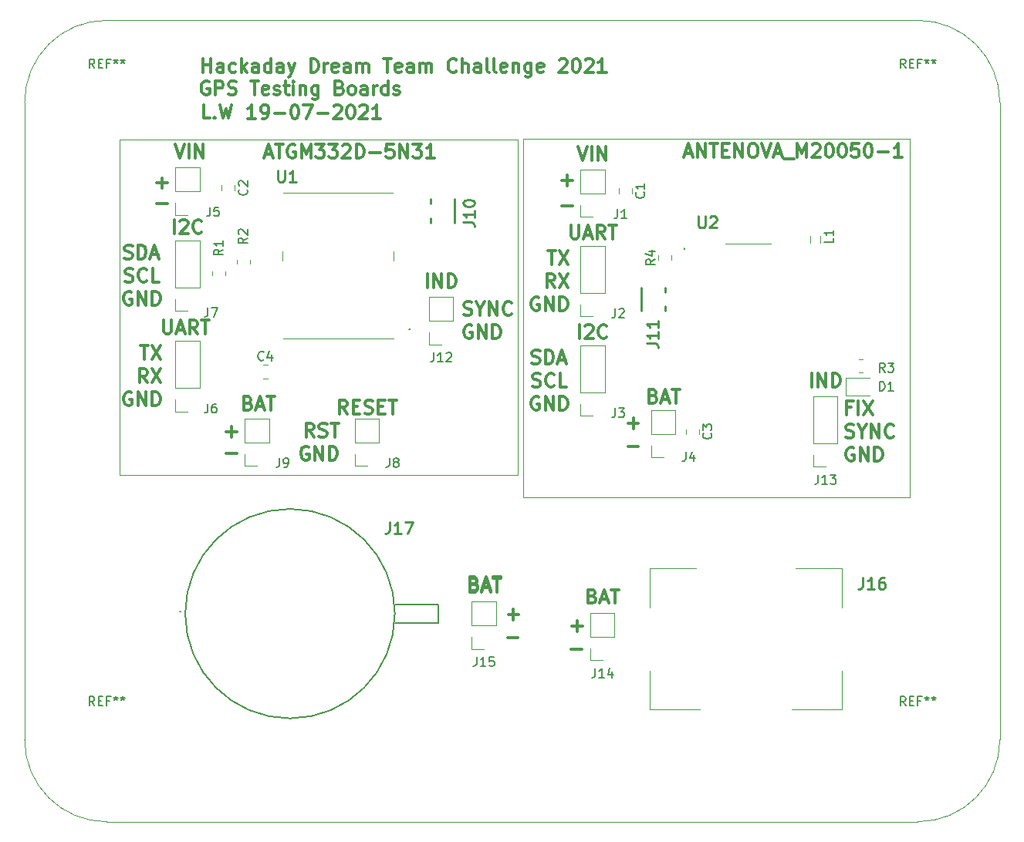
<source format=gbr>
%TF.GenerationSoftware,KiCad,Pcbnew,(5.1.10)-1*%
%TF.CreationDate,2021-07-19T17:08:21-04:00*%
%TF.ProjectId,gps-testing-board,6770732d-7465-4737-9469-6e672d626f61,rev?*%
%TF.SameCoordinates,Original*%
%TF.FileFunction,Legend,Top*%
%TF.FilePolarity,Positive*%
%FSLAX46Y46*%
G04 Gerber Fmt 4.6, Leading zero omitted, Abs format (unit mm)*
G04 Created by KiCad (PCBNEW (5.1.10)-1) date 2021-07-19 17:08:21*
%MOMM*%
%LPD*%
G01*
G04 APERTURE LIST*
%ADD10C,0.300000*%
%TA.AperFunction,Profile*%
%ADD11C,0.050000*%
%TD*%
%ADD12C,0.120000*%
%ADD13C,0.254000*%
%ADD14C,0.100000*%
%ADD15C,0.200000*%
%ADD16C,0.150000*%
G04 APERTURE END LIST*
D10*
X122222085Y-68744400D02*
X122079228Y-68672971D01*
X121864942Y-68672971D01*
X121650657Y-68744400D01*
X121507800Y-68887257D01*
X121436371Y-69030114D01*
X121364942Y-69315828D01*
X121364942Y-69530114D01*
X121436371Y-69815828D01*
X121507800Y-69958685D01*
X121650657Y-70101542D01*
X121864942Y-70172971D01*
X122007800Y-70172971D01*
X122222085Y-70101542D01*
X122293514Y-70030114D01*
X122293514Y-69530114D01*
X122007800Y-69530114D01*
X122936371Y-70172971D02*
X122936371Y-68672971D01*
X123507800Y-68672971D01*
X123650657Y-68744400D01*
X123722085Y-68815828D01*
X123793514Y-68958685D01*
X123793514Y-69172971D01*
X123722085Y-69315828D01*
X123650657Y-69387257D01*
X123507800Y-69458685D01*
X122936371Y-69458685D01*
X124364942Y-70101542D02*
X124579228Y-70172971D01*
X124936371Y-70172971D01*
X125079228Y-70101542D01*
X125150657Y-70030114D01*
X125222085Y-69887257D01*
X125222085Y-69744400D01*
X125150657Y-69601542D01*
X125079228Y-69530114D01*
X124936371Y-69458685D01*
X124650657Y-69387257D01*
X124507800Y-69315828D01*
X124436371Y-69244400D01*
X124364942Y-69101542D01*
X124364942Y-68958685D01*
X124436371Y-68815828D01*
X124507800Y-68744400D01*
X124650657Y-68672971D01*
X125007800Y-68672971D01*
X125222085Y-68744400D01*
X126793514Y-68672971D02*
X127650657Y-68672971D01*
X127222085Y-70172971D02*
X127222085Y-68672971D01*
X128722085Y-70101542D02*
X128579228Y-70172971D01*
X128293514Y-70172971D01*
X128150657Y-70101542D01*
X128079228Y-69958685D01*
X128079228Y-69387257D01*
X128150657Y-69244400D01*
X128293514Y-69172971D01*
X128579228Y-69172971D01*
X128722085Y-69244400D01*
X128793514Y-69387257D01*
X128793514Y-69530114D01*
X128079228Y-69672971D01*
X129364942Y-70101542D02*
X129507800Y-70172971D01*
X129793514Y-70172971D01*
X129936371Y-70101542D01*
X130007800Y-69958685D01*
X130007800Y-69887257D01*
X129936371Y-69744400D01*
X129793514Y-69672971D01*
X129579228Y-69672971D01*
X129436371Y-69601542D01*
X129364942Y-69458685D01*
X129364942Y-69387257D01*
X129436371Y-69244400D01*
X129579228Y-69172971D01*
X129793514Y-69172971D01*
X129936371Y-69244400D01*
X130436371Y-69172971D02*
X131007800Y-69172971D01*
X130650657Y-68672971D02*
X130650657Y-69958685D01*
X130722085Y-70101542D01*
X130864942Y-70172971D01*
X131007800Y-70172971D01*
X131507800Y-70172971D02*
X131507800Y-69172971D01*
X131507800Y-68672971D02*
X131436371Y-68744400D01*
X131507800Y-68815828D01*
X131579228Y-68744400D01*
X131507800Y-68672971D01*
X131507800Y-68815828D01*
X132222085Y-69172971D02*
X132222085Y-70172971D01*
X132222085Y-69315828D02*
X132293514Y-69244400D01*
X132436371Y-69172971D01*
X132650657Y-69172971D01*
X132793514Y-69244400D01*
X132864942Y-69387257D01*
X132864942Y-70172971D01*
X134222085Y-69172971D02*
X134222085Y-70387257D01*
X134150657Y-70530114D01*
X134079228Y-70601542D01*
X133936371Y-70672971D01*
X133722085Y-70672971D01*
X133579228Y-70601542D01*
X134222085Y-70101542D02*
X134079228Y-70172971D01*
X133793514Y-70172971D01*
X133650657Y-70101542D01*
X133579228Y-70030114D01*
X133507800Y-69887257D01*
X133507800Y-69458685D01*
X133579228Y-69315828D01*
X133650657Y-69244400D01*
X133793514Y-69172971D01*
X134079228Y-69172971D01*
X134222085Y-69244400D01*
X136579228Y-69387257D02*
X136793514Y-69458685D01*
X136864942Y-69530114D01*
X136936371Y-69672971D01*
X136936371Y-69887257D01*
X136864942Y-70030114D01*
X136793514Y-70101542D01*
X136650657Y-70172971D01*
X136079228Y-70172971D01*
X136079228Y-68672971D01*
X136579228Y-68672971D01*
X136722085Y-68744400D01*
X136793514Y-68815828D01*
X136864942Y-68958685D01*
X136864942Y-69101542D01*
X136793514Y-69244400D01*
X136722085Y-69315828D01*
X136579228Y-69387257D01*
X136079228Y-69387257D01*
X137793514Y-70172971D02*
X137650657Y-70101542D01*
X137579228Y-70030114D01*
X137507800Y-69887257D01*
X137507800Y-69458685D01*
X137579228Y-69315828D01*
X137650657Y-69244400D01*
X137793514Y-69172971D01*
X138007800Y-69172971D01*
X138150657Y-69244400D01*
X138222085Y-69315828D01*
X138293514Y-69458685D01*
X138293514Y-69887257D01*
X138222085Y-70030114D01*
X138150657Y-70101542D01*
X138007800Y-70172971D01*
X137793514Y-70172971D01*
X139579228Y-70172971D02*
X139579228Y-69387257D01*
X139507800Y-69244400D01*
X139364942Y-69172971D01*
X139079228Y-69172971D01*
X138936371Y-69244400D01*
X139579228Y-70101542D02*
X139436371Y-70172971D01*
X139079228Y-70172971D01*
X138936371Y-70101542D01*
X138864942Y-69958685D01*
X138864942Y-69815828D01*
X138936371Y-69672971D01*
X139079228Y-69601542D01*
X139436371Y-69601542D01*
X139579228Y-69530114D01*
X140293514Y-70172971D02*
X140293514Y-69172971D01*
X140293514Y-69458685D02*
X140364942Y-69315828D01*
X140436371Y-69244400D01*
X140579228Y-69172971D01*
X140722085Y-69172971D01*
X141864942Y-70172971D02*
X141864942Y-68672971D01*
X141864942Y-70101542D02*
X141722085Y-70172971D01*
X141436371Y-70172971D01*
X141293514Y-70101542D01*
X141222085Y-70030114D01*
X141150657Y-69887257D01*
X141150657Y-69458685D01*
X141222085Y-69315828D01*
X141293514Y-69244400D01*
X141436371Y-69172971D01*
X141722085Y-69172971D01*
X141864942Y-69244400D01*
X142507800Y-70101542D02*
X142650657Y-70172971D01*
X142936371Y-70172971D01*
X143079228Y-70101542D01*
X143150657Y-69958685D01*
X143150657Y-69887257D01*
X143079228Y-69744400D01*
X142936371Y-69672971D01*
X142722085Y-69672971D01*
X142579228Y-69601542D01*
X142507800Y-69458685D01*
X142507800Y-69387257D01*
X142579228Y-69244400D01*
X142722085Y-69172971D01*
X142936371Y-69172971D01*
X143079228Y-69244400D01*
D11*
X111000000Y-150000000D02*
G75*
G02*
X102000000Y-141000000I0J9000000D01*
G01*
X209000000Y-141000000D02*
G75*
G02*
X200000000Y-150000000I-9000000J0D01*
G01*
X200000000Y-62000000D02*
G75*
G02*
X209000000Y-71000000I0J-9000000D01*
G01*
X111000000Y-150000000D02*
X200000000Y-150000000D01*
X209000000Y-71000000D02*
X209000000Y-141000000D01*
X102000000Y-71000000D02*
G75*
G02*
X111000000Y-62000000I9000000J0D01*
G01*
X111000000Y-62000000D02*
X200000000Y-62000000D01*
X102000000Y-71000000D02*
X102000000Y-141000000D01*
D10*
X161988571Y-131018742D02*
X163131428Y-131018742D01*
X155003571Y-129799542D02*
X156146428Y-129799542D01*
X162064771Y-128504142D02*
X163207628Y-128504142D01*
X162636200Y-129075571D02*
X162636200Y-127932714D01*
X155054371Y-127259542D02*
X156197228Y-127259542D01*
X155625800Y-127830971D02*
X155625800Y-126688114D01*
X151343657Y-123844857D02*
X151557942Y-123916285D01*
X151629371Y-123987714D01*
X151700800Y-124130571D01*
X151700800Y-124344857D01*
X151629371Y-124487714D01*
X151557942Y-124559142D01*
X151415085Y-124630571D01*
X150843657Y-124630571D01*
X150843657Y-123130571D01*
X151343657Y-123130571D01*
X151486514Y-123202000D01*
X151557942Y-123273428D01*
X151629371Y-123416285D01*
X151629371Y-123559142D01*
X151557942Y-123702000D01*
X151486514Y-123773428D01*
X151343657Y-123844857D01*
X150843657Y-123844857D01*
X152272228Y-124202000D02*
X152986514Y-124202000D01*
X152129371Y-124630571D02*
X152629371Y-123130571D01*
X153129371Y-124630571D01*
X153415085Y-123130571D02*
X154272228Y-123130571D01*
X153843657Y-124630571D02*
X153843657Y-123130571D01*
X151343657Y-123971857D02*
X151557942Y-124043285D01*
X151629371Y-124114714D01*
X151700800Y-124257571D01*
X151700800Y-124471857D01*
X151629371Y-124614714D01*
X151557942Y-124686142D01*
X151415085Y-124757571D01*
X150843657Y-124757571D01*
X150843657Y-123257571D01*
X151343657Y-123257571D01*
X151486514Y-123329000D01*
X151557942Y-123400428D01*
X151629371Y-123543285D01*
X151629371Y-123686142D01*
X151557942Y-123829000D01*
X151486514Y-123900428D01*
X151343657Y-123971857D01*
X150843657Y-123971857D01*
X152272228Y-124329000D02*
X152986514Y-124329000D01*
X152129371Y-124757571D02*
X152629371Y-123257571D01*
X153129371Y-124757571D01*
X153415085Y-123257571D02*
X154272228Y-123257571D01*
X153843657Y-124757571D02*
X153843657Y-123257571D01*
X164272257Y-125216457D02*
X164486542Y-125287885D01*
X164557971Y-125359314D01*
X164629400Y-125502171D01*
X164629400Y-125716457D01*
X164557971Y-125859314D01*
X164486542Y-125930742D01*
X164343685Y-126002171D01*
X163772257Y-126002171D01*
X163772257Y-124502171D01*
X164272257Y-124502171D01*
X164415114Y-124573600D01*
X164486542Y-124645028D01*
X164557971Y-124787885D01*
X164557971Y-124930742D01*
X164486542Y-125073600D01*
X164415114Y-125145028D01*
X164272257Y-125216457D01*
X163772257Y-125216457D01*
X165200828Y-125573600D02*
X165915114Y-125573600D01*
X165057971Y-126002171D02*
X165557971Y-124502171D01*
X166057971Y-126002171D01*
X166343685Y-124502171D02*
X167200828Y-124502171D01*
X166772257Y-126002171D02*
X166772257Y-124502171D01*
X121590971Y-67709171D02*
X121590971Y-66209171D01*
X121590971Y-66923457D02*
X122448114Y-66923457D01*
X122448114Y-67709171D02*
X122448114Y-66209171D01*
X123805257Y-67709171D02*
X123805257Y-66923457D01*
X123733828Y-66780600D01*
X123590971Y-66709171D01*
X123305257Y-66709171D01*
X123162400Y-66780600D01*
X123805257Y-67637742D02*
X123662400Y-67709171D01*
X123305257Y-67709171D01*
X123162400Y-67637742D01*
X123090971Y-67494885D01*
X123090971Y-67352028D01*
X123162400Y-67209171D01*
X123305257Y-67137742D01*
X123662400Y-67137742D01*
X123805257Y-67066314D01*
X125162400Y-67637742D02*
X125019542Y-67709171D01*
X124733828Y-67709171D01*
X124590971Y-67637742D01*
X124519542Y-67566314D01*
X124448114Y-67423457D01*
X124448114Y-66994885D01*
X124519542Y-66852028D01*
X124590971Y-66780600D01*
X124733828Y-66709171D01*
X125019542Y-66709171D01*
X125162400Y-66780600D01*
X125805257Y-67709171D02*
X125805257Y-66209171D01*
X125948114Y-67137742D02*
X126376685Y-67709171D01*
X126376685Y-66709171D02*
X125805257Y-67280600D01*
X127662400Y-67709171D02*
X127662400Y-66923457D01*
X127590971Y-66780600D01*
X127448114Y-66709171D01*
X127162400Y-66709171D01*
X127019542Y-66780600D01*
X127662400Y-67637742D02*
X127519542Y-67709171D01*
X127162400Y-67709171D01*
X127019542Y-67637742D01*
X126948114Y-67494885D01*
X126948114Y-67352028D01*
X127019542Y-67209171D01*
X127162400Y-67137742D01*
X127519542Y-67137742D01*
X127662400Y-67066314D01*
X129019542Y-67709171D02*
X129019542Y-66209171D01*
X129019542Y-67637742D02*
X128876685Y-67709171D01*
X128590971Y-67709171D01*
X128448114Y-67637742D01*
X128376685Y-67566314D01*
X128305257Y-67423457D01*
X128305257Y-66994885D01*
X128376685Y-66852028D01*
X128448114Y-66780600D01*
X128590971Y-66709171D01*
X128876685Y-66709171D01*
X129019542Y-66780600D01*
X130376685Y-67709171D02*
X130376685Y-66923457D01*
X130305257Y-66780600D01*
X130162400Y-66709171D01*
X129876685Y-66709171D01*
X129733828Y-66780600D01*
X130376685Y-67637742D02*
X130233828Y-67709171D01*
X129876685Y-67709171D01*
X129733828Y-67637742D01*
X129662400Y-67494885D01*
X129662400Y-67352028D01*
X129733828Y-67209171D01*
X129876685Y-67137742D01*
X130233828Y-67137742D01*
X130376685Y-67066314D01*
X130948114Y-66709171D02*
X131305257Y-67709171D01*
X131662400Y-66709171D02*
X131305257Y-67709171D01*
X131162400Y-68066314D01*
X131090971Y-68137742D01*
X130948114Y-68209171D01*
X133376685Y-67709171D02*
X133376685Y-66209171D01*
X133733828Y-66209171D01*
X133948114Y-66280600D01*
X134090971Y-66423457D01*
X134162400Y-66566314D01*
X134233828Y-66852028D01*
X134233828Y-67066314D01*
X134162400Y-67352028D01*
X134090971Y-67494885D01*
X133948114Y-67637742D01*
X133733828Y-67709171D01*
X133376685Y-67709171D01*
X134876685Y-67709171D02*
X134876685Y-66709171D01*
X134876685Y-66994885D02*
X134948114Y-66852028D01*
X135019542Y-66780600D01*
X135162400Y-66709171D01*
X135305257Y-66709171D01*
X136376685Y-67637742D02*
X136233828Y-67709171D01*
X135948114Y-67709171D01*
X135805257Y-67637742D01*
X135733828Y-67494885D01*
X135733828Y-66923457D01*
X135805257Y-66780600D01*
X135948114Y-66709171D01*
X136233828Y-66709171D01*
X136376685Y-66780600D01*
X136448114Y-66923457D01*
X136448114Y-67066314D01*
X135733828Y-67209171D01*
X137733828Y-67709171D02*
X137733828Y-66923457D01*
X137662400Y-66780600D01*
X137519542Y-66709171D01*
X137233828Y-66709171D01*
X137090971Y-66780600D01*
X137733828Y-67637742D02*
X137590971Y-67709171D01*
X137233828Y-67709171D01*
X137090971Y-67637742D01*
X137019542Y-67494885D01*
X137019542Y-67352028D01*
X137090971Y-67209171D01*
X137233828Y-67137742D01*
X137590971Y-67137742D01*
X137733828Y-67066314D01*
X138448114Y-67709171D02*
X138448114Y-66709171D01*
X138448114Y-66852028D02*
X138519542Y-66780600D01*
X138662400Y-66709171D01*
X138876685Y-66709171D01*
X139019542Y-66780600D01*
X139090971Y-66923457D01*
X139090971Y-67709171D01*
X139090971Y-66923457D02*
X139162400Y-66780600D01*
X139305257Y-66709171D01*
X139519542Y-66709171D01*
X139662400Y-66780600D01*
X139733828Y-66923457D01*
X139733828Y-67709171D01*
X141376685Y-66209171D02*
X142233828Y-66209171D01*
X141805257Y-67709171D02*
X141805257Y-66209171D01*
X143305257Y-67637742D02*
X143162400Y-67709171D01*
X142876685Y-67709171D01*
X142733828Y-67637742D01*
X142662400Y-67494885D01*
X142662400Y-66923457D01*
X142733828Y-66780600D01*
X142876685Y-66709171D01*
X143162400Y-66709171D01*
X143305257Y-66780600D01*
X143376685Y-66923457D01*
X143376685Y-67066314D01*
X142662400Y-67209171D01*
X144662400Y-67709171D02*
X144662400Y-66923457D01*
X144590971Y-66780600D01*
X144448114Y-66709171D01*
X144162400Y-66709171D01*
X144019542Y-66780600D01*
X144662400Y-67637742D02*
X144519542Y-67709171D01*
X144162400Y-67709171D01*
X144019542Y-67637742D01*
X143948114Y-67494885D01*
X143948114Y-67352028D01*
X144019542Y-67209171D01*
X144162400Y-67137742D01*
X144519542Y-67137742D01*
X144662400Y-67066314D01*
X145376685Y-67709171D02*
X145376685Y-66709171D01*
X145376685Y-66852028D02*
X145448114Y-66780600D01*
X145590971Y-66709171D01*
X145805257Y-66709171D01*
X145948114Y-66780600D01*
X146019542Y-66923457D01*
X146019542Y-67709171D01*
X146019542Y-66923457D02*
X146090971Y-66780600D01*
X146233828Y-66709171D01*
X146448114Y-66709171D01*
X146590971Y-66780600D01*
X146662400Y-66923457D01*
X146662400Y-67709171D01*
X149376685Y-67566314D02*
X149305257Y-67637742D01*
X149090971Y-67709171D01*
X148948114Y-67709171D01*
X148733828Y-67637742D01*
X148590971Y-67494885D01*
X148519542Y-67352028D01*
X148448114Y-67066314D01*
X148448114Y-66852028D01*
X148519542Y-66566314D01*
X148590971Y-66423457D01*
X148733828Y-66280600D01*
X148948114Y-66209171D01*
X149090971Y-66209171D01*
X149305257Y-66280600D01*
X149376685Y-66352028D01*
X150019542Y-67709171D02*
X150019542Y-66209171D01*
X150662400Y-67709171D02*
X150662400Y-66923457D01*
X150590971Y-66780600D01*
X150448114Y-66709171D01*
X150233828Y-66709171D01*
X150090971Y-66780600D01*
X150019542Y-66852028D01*
X152019542Y-67709171D02*
X152019542Y-66923457D01*
X151948114Y-66780600D01*
X151805257Y-66709171D01*
X151519542Y-66709171D01*
X151376685Y-66780600D01*
X152019542Y-67637742D02*
X151876685Y-67709171D01*
X151519542Y-67709171D01*
X151376685Y-67637742D01*
X151305257Y-67494885D01*
X151305257Y-67352028D01*
X151376685Y-67209171D01*
X151519542Y-67137742D01*
X151876685Y-67137742D01*
X152019542Y-67066314D01*
X152948114Y-67709171D02*
X152805257Y-67637742D01*
X152733828Y-67494885D01*
X152733828Y-66209171D01*
X153733828Y-67709171D02*
X153590971Y-67637742D01*
X153519542Y-67494885D01*
X153519542Y-66209171D01*
X154876685Y-67637742D02*
X154733828Y-67709171D01*
X154448114Y-67709171D01*
X154305257Y-67637742D01*
X154233828Y-67494885D01*
X154233828Y-66923457D01*
X154305257Y-66780600D01*
X154448114Y-66709171D01*
X154733828Y-66709171D01*
X154876685Y-66780600D01*
X154948114Y-66923457D01*
X154948114Y-67066314D01*
X154233828Y-67209171D01*
X155590971Y-66709171D02*
X155590971Y-67709171D01*
X155590971Y-66852028D02*
X155662400Y-66780600D01*
X155805257Y-66709171D01*
X156019542Y-66709171D01*
X156162400Y-66780600D01*
X156233828Y-66923457D01*
X156233828Y-67709171D01*
X157590971Y-66709171D02*
X157590971Y-67923457D01*
X157519542Y-68066314D01*
X157448114Y-68137742D01*
X157305257Y-68209171D01*
X157090971Y-68209171D01*
X156948114Y-68137742D01*
X157590971Y-67637742D02*
X157448114Y-67709171D01*
X157162400Y-67709171D01*
X157019542Y-67637742D01*
X156948114Y-67566314D01*
X156876685Y-67423457D01*
X156876685Y-66994885D01*
X156948114Y-66852028D01*
X157019542Y-66780600D01*
X157162400Y-66709171D01*
X157448114Y-66709171D01*
X157590971Y-66780600D01*
X158876685Y-67637742D02*
X158733828Y-67709171D01*
X158448114Y-67709171D01*
X158305257Y-67637742D01*
X158233828Y-67494885D01*
X158233828Y-66923457D01*
X158305257Y-66780600D01*
X158448114Y-66709171D01*
X158733828Y-66709171D01*
X158876685Y-66780600D01*
X158948114Y-66923457D01*
X158948114Y-67066314D01*
X158233828Y-67209171D01*
X160662400Y-66352028D02*
X160733828Y-66280600D01*
X160876685Y-66209171D01*
X161233828Y-66209171D01*
X161376685Y-66280600D01*
X161448114Y-66352028D01*
X161519542Y-66494885D01*
X161519542Y-66637742D01*
X161448114Y-66852028D01*
X160590971Y-67709171D01*
X161519542Y-67709171D01*
X162448114Y-66209171D02*
X162590971Y-66209171D01*
X162733828Y-66280600D01*
X162805257Y-66352028D01*
X162876685Y-66494885D01*
X162948114Y-66780600D01*
X162948114Y-67137742D01*
X162876685Y-67423457D01*
X162805257Y-67566314D01*
X162733828Y-67637742D01*
X162590971Y-67709171D01*
X162448114Y-67709171D01*
X162305257Y-67637742D01*
X162233828Y-67566314D01*
X162162400Y-67423457D01*
X162090971Y-67137742D01*
X162090971Y-66780600D01*
X162162400Y-66494885D01*
X162233828Y-66352028D01*
X162305257Y-66280600D01*
X162448114Y-66209171D01*
X163519542Y-66352028D02*
X163590971Y-66280600D01*
X163733828Y-66209171D01*
X164090971Y-66209171D01*
X164233828Y-66280600D01*
X164305257Y-66352028D01*
X164376685Y-66494885D01*
X164376685Y-66637742D01*
X164305257Y-66852028D01*
X163448114Y-67709171D01*
X164376685Y-67709171D01*
X165805257Y-67709171D02*
X164948114Y-67709171D01*
X165376685Y-67709171D02*
X165376685Y-66209171D01*
X165233828Y-66423457D01*
X165090971Y-66566314D01*
X164948114Y-66637742D01*
X127353228Y-72789171D02*
X126496085Y-72789171D01*
X126924657Y-72789171D02*
X126924657Y-71289171D01*
X126781800Y-71503457D01*
X126638942Y-71646314D01*
X126496085Y-71717742D01*
X128067514Y-72789171D02*
X128353228Y-72789171D01*
X128496085Y-72717742D01*
X128567514Y-72646314D01*
X128710371Y-72432028D01*
X128781800Y-72146314D01*
X128781800Y-71574885D01*
X128710371Y-71432028D01*
X128638942Y-71360600D01*
X128496085Y-71289171D01*
X128210371Y-71289171D01*
X128067514Y-71360600D01*
X127996085Y-71432028D01*
X127924657Y-71574885D01*
X127924657Y-71932028D01*
X127996085Y-72074885D01*
X128067514Y-72146314D01*
X128210371Y-72217742D01*
X128496085Y-72217742D01*
X128638942Y-72146314D01*
X128710371Y-72074885D01*
X128781800Y-71932028D01*
X129424657Y-72217742D02*
X130567514Y-72217742D01*
X131567514Y-71289171D02*
X131710371Y-71289171D01*
X131853228Y-71360600D01*
X131924657Y-71432028D01*
X131996085Y-71574885D01*
X132067514Y-71860600D01*
X132067514Y-72217742D01*
X131996085Y-72503457D01*
X131924657Y-72646314D01*
X131853228Y-72717742D01*
X131710371Y-72789171D01*
X131567514Y-72789171D01*
X131424657Y-72717742D01*
X131353228Y-72646314D01*
X131281800Y-72503457D01*
X131210371Y-72217742D01*
X131210371Y-71860600D01*
X131281800Y-71574885D01*
X131353228Y-71432028D01*
X131424657Y-71360600D01*
X131567514Y-71289171D01*
X132567514Y-71289171D02*
X133567514Y-71289171D01*
X132924657Y-72789171D01*
X134138942Y-72217742D02*
X135281800Y-72217742D01*
X135924657Y-71432028D02*
X135996085Y-71360600D01*
X136138942Y-71289171D01*
X136496085Y-71289171D01*
X136638942Y-71360600D01*
X136710371Y-71432028D01*
X136781800Y-71574885D01*
X136781800Y-71717742D01*
X136710371Y-71932028D01*
X135853228Y-72789171D01*
X136781800Y-72789171D01*
X137710371Y-71289171D02*
X137853228Y-71289171D01*
X137996085Y-71360600D01*
X138067514Y-71432028D01*
X138138942Y-71574885D01*
X138210371Y-71860600D01*
X138210371Y-72217742D01*
X138138942Y-72503457D01*
X138067514Y-72646314D01*
X137996085Y-72717742D01*
X137853228Y-72789171D01*
X137710371Y-72789171D01*
X137567514Y-72717742D01*
X137496085Y-72646314D01*
X137424657Y-72503457D01*
X137353228Y-72217742D01*
X137353228Y-71860600D01*
X137424657Y-71574885D01*
X137496085Y-71432028D01*
X137567514Y-71360600D01*
X137710371Y-71289171D01*
X138781800Y-71432028D02*
X138853228Y-71360600D01*
X138996085Y-71289171D01*
X139353228Y-71289171D01*
X139496085Y-71360600D01*
X139567514Y-71432028D01*
X139638942Y-71574885D01*
X139638942Y-71717742D01*
X139567514Y-71932028D01*
X138710371Y-72789171D01*
X139638942Y-72789171D01*
X141067514Y-72789171D02*
X140210371Y-72789171D01*
X140638942Y-72789171D02*
X140638942Y-71289171D01*
X140496085Y-71503457D01*
X140353228Y-71646314D01*
X140210371Y-71717742D01*
X122363800Y-72763771D02*
X121649514Y-72763771D01*
X121649514Y-71263771D01*
X122863800Y-72620914D02*
X122935228Y-72692342D01*
X122863800Y-72763771D01*
X122792371Y-72692342D01*
X122863800Y-72620914D01*
X122863800Y-72763771D01*
X123435228Y-71263771D02*
X123792371Y-72763771D01*
X124078085Y-71692342D01*
X124363800Y-72763771D01*
X124720942Y-71263771D01*
X174492342Y-76627800D02*
X175206628Y-76627800D01*
X174349485Y-77056371D02*
X174849485Y-75556371D01*
X175349485Y-77056371D01*
X175849485Y-77056371D02*
X175849485Y-75556371D01*
X176706628Y-77056371D01*
X176706628Y-75556371D01*
X177206628Y-75556371D02*
X178063771Y-75556371D01*
X177635200Y-77056371D02*
X177635200Y-75556371D01*
X178563771Y-76270657D02*
X179063771Y-76270657D01*
X179278057Y-77056371D02*
X178563771Y-77056371D01*
X178563771Y-75556371D01*
X179278057Y-75556371D01*
X179920914Y-77056371D02*
X179920914Y-75556371D01*
X180778057Y-77056371D01*
X180778057Y-75556371D01*
X181778057Y-75556371D02*
X182063771Y-75556371D01*
X182206628Y-75627800D01*
X182349485Y-75770657D01*
X182420914Y-76056371D01*
X182420914Y-76556371D01*
X182349485Y-76842085D01*
X182206628Y-76984942D01*
X182063771Y-77056371D01*
X181778057Y-77056371D01*
X181635200Y-76984942D01*
X181492342Y-76842085D01*
X181420914Y-76556371D01*
X181420914Y-76056371D01*
X181492342Y-75770657D01*
X181635200Y-75627800D01*
X181778057Y-75556371D01*
X182849485Y-75556371D02*
X183349485Y-77056371D01*
X183849485Y-75556371D01*
X184278057Y-76627800D02*
X184992342Y-76627800D01*
X184135200Y-77056371D02*
X184635200Y-75556371D01*
X185135200Y-77056371D01*
X185278057Y-77199228D02*
X186420914Y-77199228D01*
X186778057Y-77056371D02*
X186778057Y-75556371D01*
X187278057Y-76627800D01*
X187778057Y-75556371D01*
X187778057Y-77056371D01*
X188420914Y-75699228D02*
X188492342Y-75627800D01*
X188635200Y-75556371D01*
X188992342Y-75556371D01*
X189135200Y-75627800D01*
X189206628Y-75699228D01*
X189278057Y-75842085D01*
X189278057Y-75984942D01*
X189206628Y-76199228D01*
X188349485Y-77056371D01*
X189278057Y-77056371D01*
X190206628Y-75556371D02*
X190349485Y-75556371D01*
X190492342Y-75627800D01*
X190563771Y-75699228D01*
X190635200Y-75842085D01*
X190706628Y-76127800D01*
X190706628Y-76484942D01*
X190635200Y-76770657D01*
X190563771Y-76913514D01*
X190492342Y-76984942D01*
X190349485Y-77056371D01*
X190206628Y-77056371D01*
X190063771Y-76984942D01*
X189992342Y-76913514D01*
X189920914Y-76770657D01*
X189849485Y-76484942D01*
X189849485Y-76127800D01*
X189920914Y-75842085D01*
X189992342Y-75699228D01*
X190063771Y-75627800D01*
X190206628Y-75556371D01*
X191635200Y-75556371D02*
X191778057Y-75556371D01*
X191920914Y-75627800D01*
X191992342Y-75699228D01*
X192063771Y-75842085D01*
X192135200Y-76127800D01*
X192135200Y-76484942D01*
X192063771Y-76770657D01*
X191992342Y-76913514D01*
X191920914Y-76984942D01*
X191778057Y-77056371D01*
X191635200Y-77056371D01*
X191492342Y-76984942D01*
X191420914Y-76913514D01*
X191349485Y-76770657D01*
X191278057Y-76484942D01*
X191278057Y-76127800D01*
X191349485Y-75842085D01*
X191420914Y-75699228D01*
X191492342Y-75627800D01*
X191635200Y-75556371D01*
X193492342Y-75556371D02*
X192778057Y-75556371D01*
X192706628Y-76270657D01*
X192778057Y-76199228D01*
X192920914Y-76127800D01*
X193278057Y-76127800D01*
X193420914Y-76199228D01*
X193492342Y-76270657D01*
X193563771Y-76413514D01*
X193563771Y-76770657D01*
X193492342Y-76913514D01*
X193420914Y-76984942D01*
X193278057Y-77056371D01*
X192920914Y-77056371D01*
X192778057Y-76984942D01*
X192706628Y-76913514D01*
X194492342Y-75556371D02*
X194635200Y-75556371D01*
X194778057Y-75627800D01*
X194849485Y-75699228D01*
X194920914Y-75842085D01*
X194992342Y-76127800D01*
X194992342Y-76484942D01*
X194920914Y-76770657D01*
X194849485Y-76913514D01*
X194778057Y-76984942D01*
X194635200Y-77056371D01*
X194492342Y-77056371D01*
X194349485Y-76984942D01*
X194278057Y-76913514D01*
X194206628Y-76770657D01*
X194135200Y-76484942D01*
X194135200Y-76127800D01*
X194206628Y-75842085D01*
X194278057Y-75699228D01*
X194349485Y-75627800D01*
X194492342Y-75556371D01*
X195635200Y-76484942D02*
X196778057Y-76484942D01*
X198278057Y-77056371D02*
X197420914Y-77056371D01*
X197849485Y-77056371D02*
X197849485Y-75556371D01*
X197706628Y-75770657D01*
X197563771Y-75913514D01*
X197420914Y-75984942D01*
D12*
X199085200Y-75031600D02*
X199085200Y-75539600D01*
X156667200Y-75031600D02*
X199085200Y-75031600D01*
X199085200Y-114401600D02*
X199085200Y-75285600D01*
X156667200Y-114401600D02*
X199085200Y-114401600D01*
X156667200Y-75031600D02*
X156667200Y-114401600D01*
X156083000Y-75057000D02*
X112395000Y-75057000D01*
X156083000Y-75311000D02*
X156083000Y-75057000D01*
X156083000Y-111887000D02*
X156083000Y-75311000D01*
X112395000Y-111887000D02*
X156083000Y-111887000D01*
X112395000Y-75184000D02*
X112395000Y-111887000D01*
D10*
X126527857Y-104032857D02*
X126742142Y-104104285D01*
X126813571Y-104175714D01*
X126885000Y-104318571D01*
X126885000Y-104532857D01*
X126813571Y-104675714D01*
X126742142Y-104747142D01*
X126599285Y-104818571D01*
X126027857Y-104818571D01*
X126027857Y-103318571D01*
X126527857Y-103318571D01*
X126670714Y-103390000D01*
X126742142Y-103461428D01*
X126813571Y-103604285D01*
X126813571Y-103747142D01*
X126742142Y-103890000D01*
X126670714Y-103961428D01*
X126527857Y-104032857D01*
X126027857Y-104032857D01*
X127456428Y-104390000D02*
X128170714Y-104390000D01*
X127313571Y-104818571D02*
X127813571Y-103318571D01*
X128313571Y-104818571D01*
X128599285Y-103318571D02*
X129456428Y-103318571D01*
X129027857Y-104818571D02*
X129027857Y-103318571D01*
X192695142Y-104515457D02*
X192195142Y-104515457D01*
X192195142Y-105301171D02*
X192195142Y-103801171D01*
X192909428Y-103801171D01*
X193480857Y-105301171D02*
X193480857Y-103801171D01*
X194052285Y-103801171D02*
X195052285Y-105301171D01*
X195052285Y-103801171D02*
X194052285Y-105301171D01*
X192980857Y-108952600D02*
X192838000Y-108881171D01*
X192623714Y-108881171D01*
X192409428Y-108952600D01*
X192266571Y-109095457D01*
X192195142Y-109238314D01*
X192123714Y-109524028D01*
X192123714Y-109738314D01*
X192195142Y-110024028D01*
X192266571Y-110166885D01*
X192409428Y-110309742D01*
X192623714Y-110381171D01*
X192766571Y-110381171D01*
X192980857Y-110309742D01*
X193052285Y-110238314D01*
X193052285Y-109738314D01*
X192766571Y-109738314D01*
X193695142Y-110381171D02*
X193695142Y-108881171D01*
X194552285Y-110381171D01*
X194552285Y-108881171D01*
X195266571Y-110381171D02*
X195266571Y-108881171D01*
X195623714Y-108881171D01*
X195838000Y-108952600D01*
X195980857Y-109095457D01*
X196052285Y-109238314D01*
X196123714Y-109524028D01*
X196123714Y-109738314D01*
X196052285Y-110024028D01*
X195980857Y-110166885D01*
X195838000Y-110309742D01*
X195623714Y-110381171D01*
X195266571Y-110381171D01*
X192123714Y-107769742D02*
X192338000Y-107841171D01*
X192695142Y-107841171D01*
X192838000Y-107769742D01*
X192909428Y-107698314D01*
X192980857Y-107555457D01*
X192980857Y-107412600D01*
X192909428Y-107269742D01*
X192838000Y-107198314D01*
X192695142Y-107126885D01*
X192409428Y-107055457D01*
X192266571Y-106984028D01*
X192195142Y-106912600D01*
X192123714Y-106769742D01*
X192123714Y-106626885D01*
X192195142Y-106484028D01*
X192266571Y-106412600D01*
X192409428Y-106341171D01*
X192766571Y-106341171D01*
X192980857Y-106412600D01*
X193909428Y-107126885D02*
X193909428Y-107841171D01*
X193409428Y-106341171D02*
X193909428Y-107126885D01*
X194409428Y-106341171D01*
X194909428Y-107841171D02*
X194909428Y-106341171D01*
X195766571Y-107841171D01*
X195766571Y-106341171D01*
X197338000Y-107698314D02*
X197266571Y-107769742D01*
X197052285Y-107841171D01*
X196909428Y-107841171D01*
X196695142Y-107769742D01*
X196552285Y-107626885D01*
X196480857Y-107484028D01*
X196409428Y-107198314D01*
X196409428Y-106984028D01*
X196480857Y-106698314D01*
X196552285Y-106555457D01*
X196695142Y-106412600D01*
X196909428Y-106341171D01*
X197052285Y-106341171D01*
X197266571Y-106412600D01*
X197338000Y-106484028D01*
X188329285Y-102253171D02*
X188329285Y-100753171D01*
X189043571Y-102253171D02*
X189043571Y-100753171D01*
X189900714Y-102253171D01*
X189900714Y-100753171D01*
X190615000Y-102253171D02*
X190615000Y-100753171D01*
X190972142Y-100753171D01*
X191186428Y-100824600D01*
X191329285Y-100967457D01*
X191400714Y-101110314D01*
X191472142Y-101396028D01*
X191472142Y-101610314D01*
X191400714Y-101896028D01*
X191329285Y-102038885D01*
X191186428Y-102181742D01*
X190972142Y-102253171D01*
X190615000Y-102253171D01*
X168211571Y-108793742D02*
X169354428Y-108793742D01*
X168211571Y-106253742D02*
X169354428Y-106253742D01*
X168783000Y-106825171D02*
X168783000Y-105682314D01*
X170977857Y-103245457D02*
X171192142Y-103316885D01*
X171263571Y-103388314D01*
X171335000Y-103531171D01*
X171335000Y-103745457D01*
X171263571Y-103888314D01*
X171192142Y-103959742D01*
X171049285Y-104031171D01*
X170477857Y-104031171D01*
X170477857Y-102531171D01*
X170977857Y-102531171D01*
X171120714Y-102602600D01*
X171192142Y-102674028D01*
X171263571Y-102816885D01*
X171263571Y-102959742D01*
X171192142Y-103102600D01*
X171120714Y-103174028D01*
X170977857Y-103245457D01*
X170477857Y-103245457D01*
X171906428Y-103602600D02*
X172620714Y-103602600D01*
X171763571Y-104031171D02*
X172263571Y-102531171D01*
X172763571Y-104031171D01*
X173049285Y-102531171D02*
X173906428Y-102531171D01*
X173477857Y-104031171D02*
X173477857Y-102531171D01*
X158428428Y-103364600D02*
X158285571Y-103293171D01*
X158071285Y-103293171D01*
X157857000Y-103364600D01*
X157714142Y-103507457D01*
X157642714Y-103650314D01*
X157571285Y-103936028D01*
X157571285Y-104150314D01*
X157642714Y-104436028D01*
X157714142Y-104578885D01*
X157857000Y-104721742D01*
X158071285Y-104793171D01*
X158214142Y-104793171D01*
X158428428Y-104721742D01*
X158499857Y-104650314D01*
X158499857Y-104150314D01*
X158214142Y-104150314D01*
X159142714Y-104793171D02*
X159142714Y-103293171D01*
X159999857Y-104793171D01*
X159999857Y-103293171D01*
X160714142Y-104793171D02*
X160714142Y-103293171D01*
X161071285Y-103293171D01*
X161285571Y-103364600D01*
X161428428Y-103507457D01*
X161499857Y-103650314D01*
X161571285Y-103936028D01*
X161571285Y-104150314D01*
X161499857Y-104436028D01*
X161428428Y-104578885D01*
X161285571Y-104721742D01*
X161071285Y-104793171D01*
X160714142Y-104793171D01*
X157745857Y-102181742D02*
X157960142Y-102253171D01*
X158317285Y-102253171D01*
X158460142Y-102181742D01*
X158531571Y-102110314D01*
X158603000Y-101967457D01*
X158603000Y-101824600D01*
X158531571Y-101681742D01*
X158460142Y-101610314D01*
X158317285Y-101538885D01*
X158031571Y-101467457D01*
X157888714Y-101396028D01*
X157817285Y-101324600D01*
X157745857Y-101181742D01*
X157745857Y-101038885D01*
X157817285Y-100896028D01*
X157888714Y-100824600D01*
X158031571Y-100753171D01*
X158388714Y-100753171D01*
X158603000Y-100824600D01*
X160103000Y-102110314D02*
X160031571Y-102181742D01*
X159817285Y-102253171D01*
X159674428Y-102253171D01*
X159460142Y-102181742D01*
X159317285Y-102038885D01*
X159245857Y-101896028D01*
X159174428Y-101610314D01*
X159174428Y-101396028D01*
X159245857Y-101110314D01*
X159317285Y-100967457D01*
X159460142Y-100824600D01*
X159674428Y-100753171D01*
X159817285Y-100753171D01*
X160031571Y-100824600D01*
X160103000Y-100896028D01*
X161460142Y-102253171D02*
X160745857Y-102253171D01*
X160745857Y-100753171D01*
X157674428Y-99641742D02*
X157888714Y-99713171D01*
X158245857Y-99713171D01*
X158388714Y-99641742D01*
X158460142Y-99570314D01*
X158531571Y-99427457D01*
X158531571Y-99284600D01*
X158460142Y-99141742D01*
X158388714Y-99070314D01*
X158245857Y-98998885D01*
X157960142Y-98927457D01*
X157817285Y-98856028D01*
X157745857Y-98784600D01*
X157674428Y-98641742D01*
X157674428Y-98498885D01*
X157745857Y-98356028D01*
X157817285Y-98284600D01*
X157960142Y-98213171D01*
X158317285Y-98213171D01*
X158531571Y-98284600D01*
X159174428Y-99713171D02*
X159174428Y-98213171D01*
X159531571Y-98213171D01*
X159745857Y-98284600D01*
X159888714Y-98427457D01*
X159960142Y-98570314D01*
X160031571Y-98856028D01*
X160031571Y-99070314D01*
X159960142Y-99356028D01*
X159888714Y-99498885D01*
X159745857Y-99641742D01*
X159531571Y-99713171D01*
X159174428Y-99713171D01*
X160603000Y-99284600D02*
X161317285Y-99284600D01*
X160460142Y-99713171D02*
X160960142Y-98213171D01*
X161460142Y-99713171D01*
X162873714Y-96919171D02*
X162873714Y-95419171D01*
X163516571Y-95562028D02*
X163588000Y-95490600D01*
X163730857Y-95419171D01*
X164088000Y-95419171D01*
X164230857Y-95490600D01*
X164302285Y-95562028D01*
X164373714Y-95704885D01*
X164373714Y-95847742D01*
X164302285Y-96062028D01*
X163445142Y-96919171D01*
X164373714Y-96919171D01*
X165873714Y-96776314D02*
X165802285Y-96847742D01*
X165588000Y-96919171D01*
X165445142Y-96919171D01*
X165230857Y-96847742D01*
X165088000Y-96704885D01*
X165016571Y-96562028D01*
X164945142Y-96276314D01*
X164945142Y-96062028D01*
X165016571Y-95776314D01*
X165088000Y-95633457D01*
X165230857Y-95490600D01*
X165445142Y-95419171D01*
X165588000Y-95419171D01*
X165802285Y-95490600D01*
X165873714Y-95562028D01*
X158428428Y-92442600D02*
X158285571Y-92371171D01*
X158071285Y-92371171D01*
X157857000Y-92442600D01*
X157714142Y-92585457D01*
X157642714Y-92728314D01*
X157571285Y-93014028D01*
X157571285Y-93228314D01*
X157642714Y-93514028D01*
X157714142Y-93656885D01*
X157857000Y-93799742D01*
X158071285Y-93871171D01*
X158214142Y-93871171D01*
X158428428Y-93799742D01*
X158499857Y-93728314D01*
X158499857Y-93228314D01*
X158214142Y-93228314D01*
X159142714Y-93871171D02*
X159142714Y-92371171D01*
X159999857Y-93871171D01*
X159999857Y-92371171D01*
X160714142Y-93871171D02*
X160714142Y-92371171D01*
X161071285Y-92371171D01*
X161285571Y-92442600D01*
X161428428Y-92585457D01*
X161499857Y-92728314D01*
X161571285Y-93014028D01*
X161571285Y-93228314D01*
X161499857Y-93514028D01*
X161428428Y-93656885D01*
X161285571Y-93799742D01*
X161071285Y-93871171D01*
X160714142Y-93871171D01*
X160142714Y-91331171D02*
X159642714Y-90616885D01*
X159285571Y-91331171D02*
X159285571Y-89831171D01*
X159857000Y-89831171D01*
X159999857Y-89902600D01*
X160071285Y-89974028D01*
X160142714Y-90116885D01*
X160142714Y-90331171D01*
X160071285Y-90474028D01*
X159999857Y-90545457D01*
X159857000Y-90616885D01*
X159285571Y-90616885D01*
X160642714Y-89831171D02*
X161642714Y-91331171D01*
X161642714Y-89831171D02*
X160642714Y-91331171D01*
X159428428Y-87291171D02*
X160285571Y-87291171D01*
X159857000Y-88791171D02*
X159857000Y-87291171D01*
X160642714Y-87291171D02*
X161642714Y-88791171D01*
X161642714Y-87291171D02*
X160642714Y-88791171D01*
X161945142Y-84497171D02*
X161945142Y-85711457D01*
X162016571Y-85854314D01*
X162088000Y-85925742D01*
X162230857Y-85997171D01*
X162516571Y-85997171D01*
X162659428Y-85925742D01*
X162730857Y-85854314D01*
X162802285Y-85711457D01*
X162802285Y-84497171D01*
X163445142Y-85568600D02*
X164159428Y-85568600D01*
X163302285Y-85997171D02*
X163802285Y-84497171D01*
X164302285Y-85997171D01*
X165659428Y-85997171D02*
X165159428Y-85282885D01*
X164802285Y-85997171D02*
X164802285Y-84497171D01*
X165373714Y-84497171D01*
X165516571Y-84568600D01*
X165588000Y-84640028D01*
X165659428Y-84782885D01*
X165659428Y-84997171D01*
X165588000Y-85140028D01*
X165516571Y-85211457D01*
X165373714Y-85282885D01*
X164802285Y-85282885D01*
X166088000Y-84497171D02*
X166945142Y-84497171D01*
X166516571Y-85997171D02*
X166516571Y-84497171D01*
X160972571Y-82377742D02*
X162115428Y-82377742D01*
X160972571Y-79583742D02*
X162115428Y-79583742D01*
X161544000Y-80155171D02*
X161544000Y-79012314D01*
X162695142Y-75861171D02*
X163195142Y-77361171D01*
X163695142Y-75861171D01*
X164195142Y-77361171D02*
X164195142Y-75861171D01*
X164909428Y-77361171D02*
X164909428Y-75861171D01*
X165766571Y-77361171D01*
X165766571Y-75861171D01*
X128382285Y-76704000D02*
X129096571Y-76704000D01*
X128239428Y-77132571D02*
X128739428Y-75632571D01*
X129239428Y-77132571D01*
X129525142Y-75632571D02*
X130382285Y-75632571D01*
X129953714Y-77132571D02*
X129953714Y-75632571D01*
X131668000Y-75704000D02*
X131525142Y-75632571D01*
X131310857Y-75632571D01*
X131096571Y-75704000D01*
X130953714Y-75846857D01*
X130882285Y-75989714D01*
X130810857Y-76275428D01*
X130810857Y-76489714D01*
X130882285Y-76775428D01*
X130953714Y-76918285D01*
X131096571Y-77061142D01*
X131310857Y-77132571D01*
X131453714Y-77132571D01*
X131668000Y-77061142D01*
X131739428Y-76989714D01*
X131739428Y-76489714D01*
X131453714Y-76489714D01*
X132382285Y-77132571D02*
X132382285Y-75632571D01*
X132882285Y-76704000D01*
X133382285Y-75632571D01*
X133382285Y-77132571D01*
X133953714Y-75632571D02*
X134882285Y-75632571D01*
X134382285Y-76204000D01*
X134596571Y-76204000D01*
X134739428Y-76275428D01*
X134810857Y-76346857D01*
X134882285Y-76489714D01*
X134882285Y-76846857D01*
X134810857Y-76989714D01*
X134739428Y-77061142D01*
X134596571Y-77132571D01*
X134168000Y-77132571D01*
X134025142Y-77061142D01*
X133953714Y-76989714D01*
X135382285Y-75632571D02*
X136310857Y-75632571D01*
X135810857Y-76204000D01*
X136025142Y-76204000D01*
X136168000Y-76275428D01*
X136239428Y-76346857D01*
X136310857Y-76489714D01*
X136310857Y-76846857D01*
X136239428Y-76989714D01*
X136168000Y-77061142D01*
X136025142Y-77132571D01*
X135596571Y-77132571D01*
X135453714Y-77061142D01*
X135382285Y-76989714D01*
X136882285Y-75775428D02*
X136953714Y-75704000D01*
X137096571Y-75632571D01*
X137453714Y-75632571D01*
X137596571Y-75704000D01*
X137668000Y-75775428D01*
X137739428Y-75918285D01*
X137739428Y-76061142D01*
X137668000Y-76275428D01*
X136810857Y-77132571D01*
X137739428Y-77132571D01*
X138382285Y-77132571D02*
X138382285Y-75632571D01*
X138739428Y-75632571D01*
X138953714Y-75704000D01*
X139096571Y-75846857D01*
X139168000Y-75989714D01*
X139239428Y-76275428D01*
X139239428Y-76489714D01*
X139168000Y-76775428D01*
X139096571Y-76918285D01*
X138953714Y-77061142D01*
X138739428Y-77132571D01*
X138382285Y-77132571D01*
X139882285Y-76561142D02*
X141025142Y-76561142D01*
X142453714Y-75632571D02*
X141739428Y-75632571D01*
X141668000Y-76346857D01*
X141739428Y-76275428D01*
X141882285Y-76204000D01*
X142239428Y-76204000D01*
X142382285Y-76275428D01*
X142453714Y-76346857D01*
X142525142Y-76489714D01*
X142525142Y-76846857D01*
X142453714Y-76989714D01*
X142382285Y-77061142D01*
X142239428Y-77132571D01*
X141882285Y-77132571D01*
X141739428Y-77061142D01*
X141668000Y-76989714D01*
X143168000Y-77132571D02*
X143168000Y-75632571D01*
X144025142Y-77132571D01*
X144025142Y-75632571D01*
X144596571Y-75632571D02*
X145525142Y-75632571D01*
X145025142Y-76204000D01*
X145239428Y-76204000D01*
X145382285Y-76275428D01*
X145453714Y-76346857D01*
X145525142Y-76489714D01*
X145525142Y-76846857D01*
X145453714Y-76989714D01*
X145382285Y-77061142D01*
X145239428Y-77132571D01*
X144810857Y-77132571D01*
X144668000Y-77061142D01*
X144596571Y-76989714D01*
X146953714Y-77132571D02*
X146096571Y-77132571D01*
X146525142Y-77132571D02*
X146525142Y-75632571D01*
X146382285Y-75846857D01*
X146239428Y-75989714D01*
X146096571Y-76061142D01*
X151070857Y-95516000D02*
X150928000Y-95444571D01*
X150713714Y-95444571D01*
X150499428Y-95516000D01*
X150356571Y-95658857D01*
X150285142Y-95801714D01*
X150213714Y-96087428D01*
X150213714Y-96301714D01*
X150285142Y-96587428D01*
X150356571Y-96730285D01*
X150499428Y-96873142D01*
X150713714Y-96944571D01*
X150856571Y-96944571D01*
X151070857Y-96873142D01*
X151142285Y-96801714D01*
X151142285Y-96301714D01*
X150856571Y-96301714D01*
X151785142Y-96944571D02*
X151785142Y-95444571D01*
X152642285Y-96944571D01*
X152642285Y-95444571D01*
X153356571Y-96944571D02*
X153356571Y-95444571D01*
X153713714Y-95444571D01*
X153928000Y-95516000D01*
X154070857Y-95658857D01*
X154142285Y-95801714D01*
X154213714Y-96087428D01*
X154213714Y-96301714D01*
X154142285Y-96587428D01*
X154070857Y-96730285D01*
X153928000Y-96873142D01*
X153713714Y-96944571D01*
X153356571Y-96944571D01*
X150213714Y-94333142D02*
X150428000Y-94404571D01*
X150785142Y-94404571D01*
X150928000Y-94333142D01*
X150999428Y-94261714D01*
X151070857Y-94118857D01*
X151070857Y-93976000D01*
X150999428Y-93833142D01*
X150928000Y-93761714D01*
X150785142Y-93690285D01*
X150499428Y-93618857D01*
X150356571Y-93547428D01*
X150285142Y-93476000D01*
X150213714Y-93333142D01*
X150213714Y-93190285D01*
X150285142Y-93047428D01*
X150356571Y-92976000D01*
X150499428Y-92904571D01*
X150856571Y-92904571D01*
X151070857Y-92976000D01*
X151999428Y-93690285D02*
X151999428Y-94404571D01*
X151499428Y-92904571D02*
X151999428Y-93690285D01*
X152499428Y-92904571D01*
X152999428Y-94404571D02*
X152999428Y-92904571D01*
X153856571Y-94404571D01*
X153856571Y-92904571D01*
X155428000Y-94261714D02*
X155356571Y-94333142D01*
X155142285Y-94404571D01*
X154999428Y-94404571D01*
X154785142Y-94333142D01*
X154642285Y-94190285D01*
X154570857Y-94047428D01*
X154499428Y-93761714D01*
X154499428Y-93547428D01*
X154570857Y-93261714D01*
X154642285Y-93118857D01*
X154785142Y-92976000D01*
X154999428Y-92904571D01*
X155142285Y-92904571D01*
X155356571Y-92976000D01*
X155428000Y-93047428D01*
X146165285Y-91356571D02*
X146165285Y-89856571D01*
X146879571Y-91356571D02*
X146879571Y-89856571D01*
X147736714Y-91356571D01*
X147736714Y-89856571D01*
X148451000Y-91356571D02*
X148451000Y-89856571D01*
X148808142Y-89856571D01*
X149022428Y-89928000D01*
X149165285Y-90070857D01*
X149236714Y-90213714D01*
X149308142Y-90499428D01*
X149308142Y-90713714D01*
X149236714Y-90999428D01*
X149165285Y-91142285D01*
X149022428Y-91285142D01*
X148808142Y-91356571D01*
X148451000Y-91356571D01*
X133155428Y-108851000D02*
X133012571Y-108779571D01*
X132798285Y-108779571D01*
X132584000Y-108851000D01*
X132441142Y-108993857D01*
X132369714Y-109136714D01*
X132298285Y-109422428D01*
X132298285Y-109636714D01*
X132369714Y-109922428D01*
X132441142Y-110065285D01*
X132584000Y-110208142D01*
X132798285Y-110279571D01*
X132941142Y-110279571D01*
X133155428Y-110208142D01*
X133226857Y-110136714D01*
X133226857Y-109636714D01*
X132941142Y-109636714D01*
X133869714Y-110279571D02*
X133869714Y-108779571D01*
X134726857Y-110279571D01*
X134726857Y-108779571D01*
X135441142Y-110279571D02*
X135441142Y-108779571D01*
X135798285Y-108779571D01*
X136012571Y-108851000D01*
X136155428Y-108993857D01*
X136226857Y-109136714D01*
X136298285Y-109422428D01*
X136298285Y-109636714D01*
X136226857Y-109922428D01*
X136155428Y-110065285D01*
X136012571Y-110208142D01*
X135798285Y-110279571D01*
X135441142Y-110279571D01*
X133726857Y-107739571D02*
X133226857Y-107025285D01*
X132869714Y-107739571D02*
X132869714Y-106239571D01*
X133441142Y-106239571D01*
X133584000Y-106311000D01*
X133655428Y-106382428D01*
X133726857Y-106525285D01*
X133726857Y-106739571D01*
X133655428Y-106882428D01*
X133584000Y-106953857D01*
X133441142Y-107025285D01*
X132869714Y-107025285D01*
X134298285Y-107668142D02*
X134512571Y-107739571D01*
X134869714Y-107739571D01*
X135012571Y-107668142D01*
X135084000Y-107596714D01*
X135155428Y-107453857D01*
X135155428Y-107311000D01*
X135084000Y-107168142D01*
X135012571Y-107096714D01*
X134869714Y-107025285D01*
X134584000Y-106953857D01*
X134441142Y-106882428D01*
X134369714Y-106811000D01*
X134298285Y-106668142D01*
X134298285Y-106525285D01*
X134369714Y-106382428D01*
X134441142Y-106311000D01*
X134584000Y-106239571D01*
X134941142Y-106239571D01*
X135155428Y-106311000D01*
X135584000Y-106239571D02*
X136441142Y-106239571D01*
X136012571Y-107739571D02*
X136012571Y-106239571D01*
X113724428Y-91833000D02*
X113581571Y-91761571D01*
X113367285Y-91761571D01*
X113153000Y-91833000D01*
X113010142Y-91975857D01*
X112938714Y-92118714D01*
X112867285Y-92404428D01*
X112867285Y-92618714D01*
X112938714Y-92904428D01*
X113010142Y-93047285D01*
X113153000Y-93190142D01*
X113367285Y-93261571D01*
X113510142Y-93261571D01*
X113724428Y-93190142D01*
X113795857Y-93118714D01*
X113795857Y-92618714D01*
X113510142Y-92618714D01*
X114438714Y-93261571D02*
X114438714Y-91761571D01*
X115295857Y-93261571D01*
X115295857Y-91761571D01*
X116010142Y-93261571D02*
X116010142Y-91761571D01*
X116367285Y-91761571D01*
X116581571Y-91833000D01*
X116724428Y-91975857D01*
X116795857Y-92118714D01*
X116867285Y-92404428D01*
X116867285Y-92618714D01*
X116795857Y-92904428D01*
X116724428Y-93047285D01*
X116581571Y-93190142D01*
X116367285Y-93261571D01*
X116010142Y-93261571D01*
X113041857Y-90650142D02*
X113256142Y-90721571D01*
X113613285Y-90721571D01*
X113756142Y-90650142D01*
X113827571Y-90578714D01*
X113899000Y-90435857D01*
X113899000Y-90293000D01*
X113827571Y-90150142D01*
X113756142Y-90078714D01*
X113613285Y-90007285D01*
X113327571Y-89935857D01*
X113184714Y-89864428D01*
X113113285Y-89793000D01*
X113041857Y-89650142D01*
X113041857Y-89507285D01*
X113113285Y-89364428D01*
X113184714Y-89293000D01*
X113327571Y-89221571D01*
X113684714Y-89221571D01*
X113899000Y-89293000D01*
X115399000Y-90578714D02*
X115327571Y-90650142D01*
X115113285Y-90721571D01*
X114970428Y-90721571D01*
X114756142Y-90650142D01*
X114613285Y-90507285D01*
X114541857Y-90364428D01*
X114470428Y-90078714D01*
X114470428Y-89864428D01*
X114541857Y-89578714D01*
X114613285Y-89435857D01*
X114756142Y-89293000D01*
X114970428Y-89221571D01*
X115113285Y-89221571D01*
X115327571Y-89293000D01*
X115399000Y-89364428D01*
X116756142Y-90721571D02*
X116041857Y-90721571D01*
X116041857Y-89221571D01*
X112970428Y-88110142D02*
X113184714Y-88181571D01*
X113541857Y-88181571D01*
X113684714Y-88110142D01*
X113756142Y-88038714D01*
X113827571Y-87895857D01*
X113827571Y-87753000D01*
X113756142Y-87610142D01*
X113684714Y-87538714D01*
X113541857Y-87467285D01*
X113256142Y-87395857D01*
X113113285Y-87324428D01*
X113041857Y-87253000D01*
X112970428Y-87110142D01*
X112970428Y-86967285D01*
X113041857Y-86824428D01*
X113113285Y-86753000D01*
X113256142Y-86681571D01*
X113613285Y-86681571D01*
X113827571Y-86753000D01*
X114470428Y-88181571D02*
X114470428Y-86681571D01*
X114827571Y-86681571D01*
X115041857Y-86753000D01*
X115184714Y-86895857D01*
X115256142Y-87038714D01*
X115327571Y-87324428D01*
X115327571Y-87538714D01*
X115256142Y-87824428D01*
X115184714Y-87967285D01*
X115041857Y-88110142D01*
X114827571Y-88181571D01*
X114470428Y-88181571D01*
X115899000Y-87753000D02*
X116613285Y-87753000D01*
X115756142Y-88181571D02*
X116256142Y-86681571D01*
X116756142Y-88181571D01*
X113724428Y-102882000D02*
X113581571Y-102810571D01*
X113367285Y-102810571D01*
X113153000Y-102882000D01*
X113010142Y-103024857D01*
X112938714Y-103167714D01*
X112867285Y-103453428D01*
X112867285Y-103667714D01*
X112938714Y-103953428D01*
X113010142Y-104096285D01*
X113153000Y-104239142D01*
X113367285Y-104310571D01*
X113510142Y-104310571D01*
X113724428Y-104239142D01*
X113795857Y-104167714D01*
X113795857Y-103667714D01*
X113510142Y-103667714D01*
X114438714Y-104310571D02*
X114438714Y-102810571D01*
X115295857Y-104310571D01*
X115295857Y-102810571D01*
X116010142Y-104310571D02*
X116010142Y-102810571D01*
X116367285Y-102810571D01*
X116581571Y-102882000D01*
X116724428Y-103024857D01*
X116795857Y-103167714D01*
X116867285Y-103453428D01*
X116867285Y-103667714D01*
X116795857Y-103953428D01*
X116724428Y-104096285D01*
X116581571Y-104239142D01*
X116367285Y-104310571D01*
X116010142Y-104310571D01*
X115438714Y-101770571D02*
X114938714Y-101056285D01*
X114581571Y-101770571D02*
X114581571Y-100270571D01*
X115153000Y-100270571D01*
X115295857Y-100342000D01*
X115367285Y-100413428D01*
X115438714Y-100556285D01*
X115438714Y-100770571D01*
X115367285Y-100913428D01*
X115295857Y-100984857D01*
X115153000Y-101056285D01*
X114581571Y-101056285D01*
X115938714Y-100270571D02*
X116938714Y-101770571D01*
X116938714Y-100270571D02*
X115938714Y-101770571D01*
X114724428Y-97730571D02*
X115581571Y-97730571D01*
X115153000Y-99230571D02*
X115153000Y-97730571D01*
X115938714Y-97730571D02*
X116938714Y-99230571D01*
X116938714Y-97730571D02*
X115938714Y-99230571D01*
X124142571Y-109581142D02*
X125285428Y-109581142D01*
X124142571Y-107168142D02*
X125285428Y-107168142D01*
X124714000Y-107739571D02*
X124714000Y-106596714D01*
X116522571Y-82149142D02*
X117665428Y-82149142D01*
X116522571Y-79863142D02*
X117665428Y-79863142D01*
X117094000Y-80434571D02*
X117094000Y-79291714D01*
X137394428Y-105199571D02*
X136894428Y-104485285D01*
X136537285Y-105199571D02*
X136537285Y-103699571D01*
X137108714Y-103699571D01*
X137251571Y-103771000D01*
X137323000Y-103842428D01*
X137394428Y-103985285D01*
X137394428Y-104199571D01*
X137323000Y-104342428D01*
X137251571Y-104413857D01*
X137108714Y-104485285D01*
X136537285Y-104485285D01*
X138037285Y-104413857D02*
X138537285Y-104413857D01*
X138751571Y-105199571D02*
X138037285Y-105199571D01*
X138037285Y-103699571D01*
X138751571Y-103699571D01*
X139323000Y-105128142D02*
X139537285Y-105199571D01*
X139894428Y-105199571D01*
X140037285Y-105128142D01*
X140108714Y-105056714D01*
X140180142Y-104913857D01*
X140180142Y-104771000D01*
X140108714Y-104628142D01*
X140037285Y-104556714D01*
X139894428Y-104485285D01*
X139608714Y-104413857D01*
X139465857Y-104342428D01*
X139394428Y-104271000D01*
X139323000Y-104128142D01*
X139323000Y-103985285D01*
X139394428Y-103842428D01*
X139465857Y-103771000D01*
X139608714Y-103699571D01*
X139965857Y-103699571D01*
X140180142Y-103771000D01*
X140823000Y-104413857D02*
X141323000Y-104413857D01*
X141537285Y-105199571D02*
X140823000Y-105199571D01*
X140823000Y-103699571D01*
X141537285Y-103699571D01*
X141965857Y-103699571D02*
X142823000Y-103699571D01*
X142394428Y-105199571D02*
X142394428Y-103699571D01*
X118423714Y-85387571D02*
X118423714Y-83887571D01*
X119066571Y-84030428D02*
X119138000Y-83959000D01*
X119280857Y-83887571D01*
X119638000Y-83887571D01*
X119780857Y-83959000D01*
X119852285Y-84030428D01*
X119923714Y-84173285D01*
X119923714Y-84316142D01*
X119852285Y-84530428D01*
X118995142Y-85387571D01*
X119923714Y-85387571D01*
X121423714Y-85244714D02*
X121352285Y-85316142D01*
X121138000Y-85387571D01*
X120995142Y-85387571D01*
X120780857Y-85316142D01*
X120638000Y-85173285D01*
X120566571Y-85030428D01*
X120495142Y-84744714D01*
X120495142Y-84530428D01*
X120566571Y-84244714D01*
X120638000Y-84101857D01*
X120780857Y-83959000D01*
X120995142Y-83887571D01*
X121138000Y-83887571D01*
X121352285Y-83959000D01*
X121423714Y-84030428D01*
X117241142Y-94936571D02*
X117241142Y-96150857D01*
X117312571Y-96293714D01*
X117384000Y-96365142D01*
X117526857Y-96436571D01*
X117812571Y-96436571D01*
X117955428Y-96365142D01*
X118026857Y-96293714D01*
X118098285Y-96150857D01*
X118098285Y-94936571D01*
X118741142Y-96008000D02*
X119455428Y-96008000D01*
X118598285Y-96436571D02*
X119098285Y-94936571D01*
X119598285Y-96436571D01*
X120955428Y-96436571D02*
X120455428Y-95722285D01*
X120098285Y-96436571D02*
X120098285Y-94936571D01*
X120669714Y-94936571D01*
X120812571Y-95008000D01*
X120884000Y-95079428D01*
X120955428Y-95222285D01*
X120955428Y-95436571D01*
X120884000Y-95579428D01*
X120812571Y-95650857D01*
X120669714Y-95722285D01*
X120098285Y-95722285D01*
X121384000Y-94936571D02*
X122241142Y-94936571D01*
X121812571Y-96436571D02*
X121812571Y-94936571D01*
X118499142Y-75632571D02*
X118999142Y-77132571D01*
X119499142Y-75632571D01*
X119999142Y-77132571D02*
X119999142Y-75632571D01*
X120713428Y-77132571D02*
X120713428Y-75632571D01*
X121570571Y-77132571D01*
X121570571Y-75632571D01*
D12*
%TO.C,C1*%
X168629000Y-80459948D02*
X168629000Y-80982452D01*
X167159000Y-80459948D02*
X167159000Y-80982452D01*
%TO.C,C2*%
X123598000Y-80129748D02*
X123598000Y-80652252D01*
X125068000Y-80129748D02*
X125068000Y-80652252D01*
%TO.C,C3*%
X174525000Y-106901348D02*
X174525000Y-107423852D01*
X175995000Y-106901348D02*
X175995000Y-107423852D01*
%TO.C,C4*%
X128135748Y-99849000D02*
X128658252Y-99849000D01*
X128135748Y-101319000D02*
X128658252Y-101319000D01*
%TO.C,D1*%
X194751200Y-101249600D02*
X192066200Y-101249600D01*
X192066200Y-101249600D02*
X192066200Y-103169600D01*
X192066200Y-103169600D02*
X194751200Y-103169600D01*
%TO.C,J1*%
X164338000Y-83600600D02*
X163008000Y-83600600D01*
X163008000Y-83600600D02*
X163008000Y-82270600D01*
X163008000Y-81000600D02*
X163008000Y-78400600D01*
X165668000Y-78400600D02*
X163008000Y-78400600D01*
X165668000Y-81000600D02*
X165668000Y-78400600D01*
X165668000Y-81000600D02*
X163008000Y-81000600D01*
%TO.C,J2*%
X165668000Y-91922600D02*
X163008000Y-91922600D01*
X165668000Y-91922600D02*
X165668000Y-86782600D01*
X165668000Y-86782600D02*
X163008000Y-86782600D01*
X163008000Y-91922600D02*
X163008000Y-86782600D01*
X163008000Y-94522600D02*
X163008000Y-93192600D01*
X164338000Y-94522600D02*
X163008000Y-94522600D01*
%TO.C,J3*%
X164338000Y-105444600D02*
X163008000Y-105444600D01*
X163008000Y-105444600D02*
X163008000Y-104114600D01*
X163008000Y-102844600D02*
X163008000Y-97704600D01*
X165668000Y-97704600D02*
X163008000Y-97704600D01*
X165668000Y-102844600D02*
X165668000Y-97704600D01*
X165668000Y-102844600D02*
X163008000Y-102844600D01*
%TO.C,J4*%
X173415000Y-107416600D02*
X170755000Y-107416600D01*
X173415000Y-107416600D02*
X173415000Y-104816600D01*
X173415000Y-104816600D02*
X170755000Y-104816600D01*
X170755000Y-107416600D02*
X170755000Y-104816600D01*
X170755000Y-110016600D02*
X170755000Y-108686600D01*
X172085000Y-110016600D02*
X170755000Y-110016600D01*
%TO.C,J5*%
X121218000Y-80772000D02*
X118558000Y-80772000D01*
X121218000Y-80772000D02*
X121218000Y-78172000D01*
X121218000Y-78172000D02*
X118558000Y-78172000D01*
X118558000Y-80772000D02*
X118558000Y-78172000D01*
X118558000Y-83372000D02*
X118558000Y-82042000D01*
X119888000Y-83372000D02*
X118558000Y-83372000D01*
%TO.C,J6*%
X119888000Y-104962000D02*
X118558000Y-104962000D01*
X118558000Y-104962000D02*
X118558000Y-103632000D01*
X118558000Y-102362000D02*
X118558000Y-97222000D01*
X121218000Y-97222000D02*
X118558000Y-97222000D01*
X121218000Y-102362000D02*
X121218000Y-97222000D01*
X121218000Y-102362000D02*
X118558000Y-102362000D01*
%TO.C,J7*%
X121218000Y-91313000D02*
X118558000Y-91313000D01*
X121218000Y-91313000D02*
X121218000Y-86173000D01*
X121218000Y-86173000D02*
X118558000Y-86173000D01*
X118558000Y-91313000D02*
X118558000Y-86173000D01*
X118558000Y-93913000D02*
X118558000Y-92583000D01*
X119888000Y-93913000D02*
X118558000Y-93913000D01*
%TO.C,J8*%
X139573000Y-110931000D02*
X138243000Y-110931000D01*
X138243000Y-110931000D02*
X138243000Y-109601000D01*
X138243000Y-108331000D02*
X138243000Y-105731000D01*
X140903000Y-105731000D02*
X138243000Y-105731000D01*
X140903000Y-108331000D02*
X140903000Y-105731000D01*
X140903000Y-108331000D02*
X138243000Y-108331000D01*
%TO.C,J9*%
X127508000Y-110931000D02*
X126178000Y-110931000D01*
X126178000Y-110931000D02*
X126178000Y-109601000D01*
X126178000Y-108331000D02*
X126178000Y-105731000D01*
X128838000Y-105731000D02*
X126178000Y-105731000D01*
X128838000Y-108331000D02*
X128838000Y-105731000D01*
X128838000Y-108331000D02*
X126178000Y-108331000D01*
D13*
%TO.C,J10*%
X149128000Y-84231000D02*
X149128000Y-81631000D01*
X146528000Y-81631000D02*
X146528000Y-82143000D01*
X146528000Y-84231000D02*
X146528000Y-83700670D01*
%TO.C,J11*%
X172242000Y-91333800D02*
X172242000Y-91864130D01*
X172242000Y-93933800D02*
X172242000Y-93421800D01*
X169642000Y-91333800D02*
X169642000Y-93933800D01*
D12*
%TO.C,J12*%
X149031000Y-94996000D02*
X146371000Y-94996000D01*
X149031000Y-94996000D02*
X149031000Y-92396000D01*
X149031000Y-92396000D02*
X146371000Y-92396000D01*
X146371000Y-94996000D02*
X146371000Y-92396000D01*
X146371000Y-97596000D02*
X146371000Y-96266000D01*
X147701000Y-97596000D02*
X146371000Y-97596000D01*
%TO.C,J13*%
X191195000Y-108432600D02*
X188535000Y-108432600D01*
X191195000Y-108432600D02*
X191195000Y-103292600D01*
X191195000Y-103292600D02*
X188535000Y-103292600D01*
X188535000Y-108432600D02*
X188535000Y-103292600D01*
X188535000Y-111032600D02*
X188535000Y-109702600D01*
X189865000Y-111032600D02*
X188535000Y-111032600D01*
%TO.C,L1*%
X188187400Y-86480222D02*
X188187400Y-85680978D01*
X189307400Y-86480222D02*
X189307400Y-85680978D01*
%TO.C,R1*%
X124052000Y-89561936D02*
X124052000Y-90016064D01*
X122582000Y-89561936D02*
X122582000Y-90016064D01*
%TO.C,R2*%
X125249000Y-88291936D02*
X125249000Y-88746064D01*
X126719000Y-88291936D02*
X126719000Y-88746064D01*
%TO.C,R3*%
X193524136Y-99188600D02*
X193978264Y-99188600D01*
X193524136Y-100658600D02*
X193978264Y-100658600D01*
%TO.C,R4*%
X171502400Y-87834736D02*
X171502400Y-88288864D01*
X172972400Y-87834736D02*
X172972400Y-88288864D01*
D14*
%TO.C,U1*%
X130398000Y-80900000D02*
X142398000Y-80900000D01*
X142398000Y-80900000D02*
X142398000Y-80900000D01*
X142398000Y-80900000D02*
X130398000Y-80900000D01*
X130398000Y-80900000D02*
X130398000Y-80900000D01*
X142498000Y-87400000D02*
X142498000Y-87400000D01*
X142498000Y-87400000D02*
X142498000Y-88400000D01*
X142498000Y-88400000D02*
X142498000Y-88400000D01*
X142498000Y-88400000D02*
X142498000Y-87400000D01*
X130298000Y-87400000D02*
X130298000Y-87400000D01*
X130298000Y-87400000D02*
X130298000Y-88400000D01*
X130298000Y-88400000D02*
X130298000Y-88400000D01*
X130298000Y-88400000D02*
X130298000Y-87400000D01*
X130398000Y-96900000D02*
X142498000Y-96900000D01*
X142498000Y-96900000D02*
X142498000Y-96900000D01*
X142498000Y-96900000D02*
X130398000Y-96900000D01*
X130398000Y-96900000D02*
X130398000Y-96900000D01*
D15*
X144198000Y-95900000D02*
X144198000Y-95900000D01*
X144298000Y-95900000D02*
X144298000Y-95900000D01*
X144198000Y-95900000D02*
X144198000Y-95900000D01*
X144298000Y-95900000D02*
G75*
G02*
X144198000Y-95900000I-50000J0D01*
G01*
X144198000Y-95900000D02*
G75*
G02*
X144298000Y-95900000I50000J0D01*
G01*
X144298000Y-95900000D02*
G75*
G02*
X144198000Y-95900000I-50000J0D01*
G01*
D14*
%TO.C,U2*%
X178876000Y-86546600D02*
X183876000Y-86546600D01*
X183876000Y-86546600D02*
X183876000Y-86546600D01*
X183876000Y-86546600D02*
X178876000Y-86546600D01*
X178876000Y-86546600D02*
X178876000Y-86546600D01*
D15*
X174376000Y-87146600D02*
X174376000Y-87146600D01*
X174376000Y-87046600D02*
X174376000Y-87046600D01*
X174376000Y-87146600D02*
X174376000Y-87146600D01*
X174376000Y-87046600D02*
G75*
G02*
X174376000Y-87146600I0J-50000D01*
G01*
X174376000Y-87146600D02*
G75*
G02*
X174376000Y-87046600I0J50000D01*
G01*
X174376000Y-87046600D02*
G75*
G02*
X174376000Y-87146600I0J-50000D01*
G01*
D12*
%TO.C,J14*%
X165404800Y-132267000D02*
X164074800Y-132267000D01*
X164074800Y-132267000D02*
X164074800Y-130937000D01*
X164074800Y-129667000D02*
X164074800Y-127067000D01*
X166734800Y-127067000D02*
X164074800Y-127067000D01*
X166734800Y-129667000D02*
X166734800Y-127067000D01*
X166734800Y-129667000D02*
X164074800Y-129667000D01*
%TO.C,J15*%
X153730000Y-128422400D02*
X151070000Y-128422400D01*
X153730000Y-128422400D02*
X153730000Y-125822400D01*
X153730000Y-125822400D02*
X151070000Y-125822400D01*
X151070000Y-128422400D02*
X151070000Y-125822400D01*
X151070000Y-131022400D02*
X151070000Y-129692400D01*
X152400000Y-131022400D02*
X151070000Y-131022400D01*
D14*
%TO.C,J16*%
X176127400Y-137696400D02*
X170622400Y-137696400D01*
X170622400Y-137696400D02*
X170577400Y-133446400D01*
X170577400Y-126446400D02*
X170577400Y-122196400D01*
X170577400Y-122196400D02*
X175627400Y-122196400D01*
X186127400Y-137696400D02*
X191677400Y-137696400D01*
X191677400Y-137696400D02*
X191677400Y-133446400D01*
X191677400Y-126446400D02*
X191677400Y-122196400D01*
X191677400Y-122196400D02*
X186627400Y-122196400D01*
D15*
%TO.C,J17*%
X119118800Y-126952400D02*
X119118800Y-126952400D01*
X119018800Y-126952400D02*
X119018800Y-126952400D01*
X147418800Y-128152400D02*
X142618800Y-128152400D01*
X147418800Y-126152400D02*
X147418800Y-128152400D01*
X142618800Y-126152400D02*
X147418800Y-126152400D01*
X119618800Y-127152400D02*
X119618800Y-127152400D01*
X142618800Y-127152400D02*
X142618800Y-127152400D01*
X119018800Y-126952400D02*
G75*
G02*
X119118800Y-126952400I50000J0D01*
G01*
X119118800Y-126952400D02*
G75*
G02*
X119018800Y-126952400I-50000J0D01*
G01*
X142618800Y-127152400D02*
G75*
G02*
X119618800Y-127152400I-11500000J0D01*
G01*
X119618800Y-127152400D02*
G75*
G02*
X142618800Y-127152400I11500000J0D01*
G01*
%TD*%
%TO.C,REF\u002A\u002A*%
D16*
X198666666Y-67252380D02*
X198333333Y-66776190D01*
X198095238Y-67252380D02*
X198095238Y-66252380D01*
X198476190Y-66252380D01*
X198571428Y-66300000D01*
X198619047Y-66347619D01*
X198666666Y-66442857D01*
X198666666Y-66585714D01*
X198619047Y-66680952D01*
X198571428Y-66728571D01*
X198476190Y-66776190D01*
X198095238Y-66776190D01*
X199095238Y-66728571D02*
X199428571Y-66728571D01*
X199571428Y-67252380D02*
X199095238Y-67252380D01*
X199095238Y-66252380D01*
X199571428Y-66252380D01*
X200333333Y-66728571D02*
X200000000Y-66728571D01*
X200000000Y-67252380D02*
X200000000Y-66252380D01*
X200476190Y-66252380D01*
X201000000Y-66252380D02*
X201000000Y-66490476D01*
X200761904Y-66395238D02*
X201000000Y-66490476D01*
X201238095Y-66395238D01*
X200857142Y-66680952D02*
X201000000Y-66490476D01*
X201142857Y-66680952D01*
X201761904Y-66252380D02*
X201761904Y-66490476D01*
X201523809Y-66395238D02*
X201761904Y-66490476D01*
X202000000Y-66395238D01*
X201619047Y-66680952D02*
X201761904Y-66490476D01*
X201904761Y-66680952D01*
X109666666Y-67252380D02*
X109333333Y-66776190D01*
X109095238Y-67252380D02*
X109095238Y-66252380D01*
X109476190Y-66252380D01*
X109571428Y-66300000D01*
X109619047Y-66347619D01*
X109666666Y-66442857D01*
X109666666Y-66585714D01*
X109619047Y-66680952D01*
X109571428Y-66728571D01*
X109476190Y-66776190D01*
X109095238Y-66776190D01*
X110095238Y-66728571D02*
X110428571Y-66728571D01*
X110571428Y-67252380D02*
X110095238Y-67252380D01*
X110095238Y-66252380D01*
X110571428Y-66252380D01*
X111333333Y-66728571D02*
X111000000Y-66728571D01*
X111000000Y-67252380D02*
X111000000Y-66252380D01*
X111476190Y-66252380D01*
X112000000Y-66252380D02*
X112000000Y-66490476D01*
X111761904Y-66395238D02*
X112000000Y-66490476D01*
X112238095Y-66395238D01*
X111857142Y-66680952D02*
X112000000Y-66490476D01*
X112142857Y-66680952D01*
X112761904Y-66252380D02*
X112761904Y-66490476D01*
X112523809Y-66395238D02*
X112761904Y-66490476D01*
X113000000Y-66395238D01*
X112619047Y-66680952D02*
X112761904Y-66490476D01*
X112904761Y-66680952D01*
X198666666Y-137252380D02*
X198333333Y-136776190D01*
X198095238Y-137252380D02*
X198095238Y-136252380D01*
X198476190Y-136252380D01*
X198571428Y-136300000D01*
X198619047Y-136347619D01*
X198666666Y-136442857D01*
X198666666Y-136585714D01*
X198619047Y-136680952D01*
X198571428Y-136728571D01*
X198476190Y-136776190D01*
X198095238Y-136776190D01*
X199095238Y-136728571D02*
X199428571Y-136728571D01*
X199571428Y-137252380D02*
X199095238Y-137252380D01*
X199095238Y-136252380D01*
X199571428Y-136252380D01*
X200333333Y-136728571D02*
X200000000Y-136728571D01*
X200000000Y-137252380D02*
X200000000Y-136252380D01*
X200476190Y-136252380D01*
X201000000Y-136252380D02*
X201000000Y-136490476D01*
X200761904Y-136395238D02*
X201000000Y-136490476D01*
X201238095Y-136395238D01*
X200857142Y-136680952D02*
X201000000Y-136490476D01*
X201142857Y-136680952D01*
X201761904Y-136252380D02*
X201761904Y-136490476D01*
X201523809Y-136395238D02*
X201761904Y-136490476D01*
X202000000Y-136395238D01*
X201619047Y-136680952D02*
X201761904Y-136490476D01*
X201904761Y-136680952D01*
X109666666Y-137252380D02*
X109333333Y-136776190D01*
X109095238Y-137252380D02*
X109095238Y-136252380D01*
X109476190Y-136252380D01*
X109571428Y-136300000D01*
X109619047Y-136347619D01*
X109666666Y-136442857D01*
X109666666Y-136585714D01*
X109619047Y-136680952D01*
X109571428Y-136728571D01*
X109476190Y-136776190D01*
X109095238Y-136776190D01*
X110095238Y-136728571D02*
X110428571Y-136728571D01*
X110571428Y-137252380D02*
X110095238Y-137252380D01*
X110095238Y-136252380D01*
X110571428Y-136252380D01*
X111333333Y-136728571D02*
X111000000Y-136728571D01*
X111000000Y-137252380D02*
X111000000Y-136252380D01*
X111476190Y-136252380D01*
X112000000Y-136252380D02*
X112000000Y-136490476D01*
X111761904Y-136395238D02*
X112000000Y-136490476D01*
X112238095Y-136395238D01*
X111857142Y-136680952D02*
X112000000Y-136490476D01*
X112142857Y-136680952D01*
X112761904Y-136252380D02*
X112761904Y-136490476D01*
X112523809Y-136395238D02*
X112761904Y-136490476D01*
X113000000Y-136395238D01*
X112619047Y-136680952D02*
X112761904Y-136490476D01*
X112904761Y-136680952D01*
%TO.C,C1*%
X169931142Y-80887866D02*
X169978761Y-80935485D01*
X170026380Y-81078342D01*
X170026380Y-81173580D01*
X169978761Y-81316438D01*
X169883523Y-81411676D01*
X169788285Y-81459295D01*
X169597809Y-81506914D01*
X169454952Y-81506914D01*
X169264476Y-81459295D01*
X169169238Y-81411676D01*
X169074000Y-81316438D01*
X169026380Y-81173580D01*
X169026380Y-81078342D01*
X169074000Y-80935485D01*
X169121619Y-80887866D01*
X170026380Y-79935485D02*
X170026380Y-80506914D01*
X170026380Y-80221200D02*
X169026380Y-80221200D01*
X169169238Y-80316438D01*
X169264476Y-80411676D01*
X169312095Y-80506914D01*
%TO.C,C2*%
X126370142Y-80557666D02*
X126417761Y-80605285D01*
X126465380Y-80748142D01*
X126465380Y-80843380D01*
X126417761Y-80986238D01*
X126322523Y-81081476D01*
X126227285Y-81129095D01*
X126036809Y-81176714D01*
X125893952Y-81176714D01*
X125703476Y-81129095D01*
X125608238Y-81081476D01*
X125513000Y-80986238D01*
X125465380Y-80843380D01*
X125465380Y-80748142D01*
X125513000Y-80605285D01*
X125560619Y-80557666D01*
X125560619Y-80176714D02*
X125513000Y-80129095D01*
X125465380Y-80033857D01*
X125465380Y-79795761D01*
X125513000Y-79700523D01*
X125560619Y-79652904D01*
X125655857Y-79605285D01*
X125751095Y-79605285D01*
X125893952Y-79652904D01*
X126465380Y-80224333D01*
X126465380Y-79605285D01*
%TO.C,C3*%
X177297142Y-107329266D02*
X177344761Y-107376885D01*
X177392380Y-107519742D01*
X177392380Y-107614980D01*
X177344761Y-107757838D01*
X177249523Y-107853076D01*
X177154285Y-107900695D01*
X176963809Y-107948314D01*
X176820952Y-107948314D01*
X176630476Y-107900695D01*
X176535238Y-107853076D01*
X176440000Y-107757838D01*
X176392380Y-107614980D01*
X176392380Y-107519742D01*
X176440000Y-107376885D01*
X176487619Y-107329266D01*
X176392380Y-106995933D02*
X176392380Y-106376885D01*
X176773333Y-106710219D01*
X176773333Y-106567361D01*
X176820952Y-106472123D01*
X176868571Y-106424504D01*
X176963809Y-106376885D01*
X177201904Y-106376885D01*
X177297142Y-106424504D01*
X177344761Y-106472123D01*
X177392380Y-106567361D01*
X177392380Y-106853076D01*
X177344761Y-106948314D01*
X177297142Y-106995933D01*
%TO.C,C4*%
X128230333Y-99261142D02*
X128182714Y-99308761D01*
X128039857Y-99356380D01*
X127944619Y-99356380D01*
X127801761Y-99308761D01*
X127706523Y-99213523D01*
X127658904Y-99118285D01*
X127611285Y-98927809D01*
X127611285Y-98784952D01*
X127658904Y-98594476D01*
X127706523Y-98499238D01*
X127801761Y-98404000D01*
X127944619Y-98356380D01*
X128039857Y-98356380D01*
X128182714Y-98404000D01*
X128230333Y-98451619D01*
X129087476Y-98689714D02*
X129087476Y-99356380D01*
X128849380Y-98308761D02*
X128611285Y-99023047D01*
X129230333Y-99023047D01*
%TO.C,D1*%
X195807104Y-102661980D02*
X195807104Y-101661980D01*
X196045200Y-101661980D01*
X196188057Y-101709600D01*
X196283295Y-101804838D01*
X196330914Y-101900076D01*
X196378533Y-102090552D01*
X196378533Y-102233409D01*
X196330914Y-102423885D01*
X196283295Y-102519123D01*
X196188057Y-102614361D01*
X196045200Y-102661980D01*
X195807104Y-102661980D01*
X197330914Y-102661980D02*
X196759485Y-102661980D01*
X197045200Y-102661980D02*
X197045200Y-101661980D01*
X196949961Y-101804838D01*
X196854723Y-101900076D01*
X196759485Y-101947695D01*
%TO.C,J1*%
X167052666Y-82738980D02*
X167052666Y-83453266D01*
X167005047Y-83596123D01*
X166909809Y-83691361D01*
X166766952Y-83738980D01*
X166671714Y-83738980D01*
X168052666Y-83738980D02*
X167481238Y-83738980D01*
X167766952Y-83738980D02*
X167766952Y-82738980D01*
X167671714Y-82881838D01*
X167576476Y-82977076D01*
X167481238Y-83024695D01*
%TO.C,J2*%
X166798666Y-93660980D02*
X166798666Y-94375266D01*
X166751047Y-94518123D01*
X166655809Y-94613361D01*
X166512952Y-94660980D01*
X166417714Y-94660980D01*
X167227238Y-93756219D02*
X167274857Y-93708600D01*
X167370095Y-93660980D01*
X167608190Y-93660980D01*
X167703428Y-93708600D01*
X167751047Y-93756219D01*
X167798666Y-93851457D01*
X167798666Y-93946695D01*
X167751047Y-94089552D01*
X167179619Y-94660980D01*
X167798666Y-94660980D01*
%TO.C,J3*%
X166798666Y-104582980D02*
X166798666Y-105297266D01*
X166751047Y-105440123D01*
X166655809Y-105535361D01*
X166512952Y-105582980D01*
X166417714Y-105582980D01*
X167179619Y-104582980D02*
X167798666Y-104582980D01*
X167465333Y-104963933D01*
X167608190Y-104963933D01*
X167703428Y-105011552D01*
X167751047Y-105059171D01*
X167798666Y-105154409D01*
X167798666Y-105392504D01*
X167751047Y-105487742D01*
X167703428Y-105535361D01*
X167608190Y-105582980D01*
X167322476Y-105582980D01*
X167227238Y-105535361D01*
X167179619Y-105487742D01*
%TO.C,J4*%
X174545666Y-109408980D02*
X174545666Y-110123266D01*
X174498047Y-110266123D01*
X174402809Y-110361361D01*
X174259952Y-110408980D01*
X174164714Y-110408980D01*
X175450428Y-109742314D02*
X175450428Y-110408980D01*
X175212333Y-109361361D02*
X174974238Y-110075647D01*
X175593285Y-110075647D01*
%TO.C,J5*%
X122348666Y-82510380D02*
X122348666Y-83224666D01*
X122301047Y-83367523D01*
X122205809Y-83462761D01*
X122062952Y-83510380D01*
X121967714Y-83510380D01*
X123301047Y-82510380D02*
X122824857Y-82510380D01*
X122777238Y-82986571D01*
X122824857Y-82938952D01*
X122920095Y-82891333D01*
X123158190Y-82891333D01*
X123253428Y-82938952D01*
X123301047Y-82986571D01*
X123348666Y-83081809D01*
X123348666Y-83319904D01*
X123301047Y-83415142D01*
X123253428Y-83462761D01*
X123158190Y-83510380D01*
X122920095Y-83510380D01*
X122824857Y-83462761D01*
X122777238Y-83415142D01*
%TO.C,J6*%
X122094666Y-104100380D02*
X122094666Y-104814666D01*
X122047047Y-104957523D01*
X121951809Y-105052761D01*
X121808952Y-105100380D01*
X121713714Y-105100380D01*
X122999428Y-104100380D02*
X122808952Y-104100380D01*
X122713714Y-104148000D01*
X122666095Y-104195619D01*
X122570857Y-104338476D01*
X122523238Y-104528952D01*
X122523238Y-104909904D01*
X122570857Y-105005142D01*
X122618476Y-105052761D01*
X122713714Y-105100380D01*
X122904190Y-105100380D01*
X122999428Y-105052761D01*
X123047047Y-105005142D01*
X123094666Y-104909904D01*
X123094666Y-104671809D01*
X123047047Y-104576571D01*
X122999428Y-104528952D01*
X122904190Y-104481333D01*
X122713714Y-104481333D01*
X122618476Y-104528952D01*
X122570857Y-104576571D01*
X122523238Y-104671809D01*
%TO.C,J7*%
X122094666Y-93559380D02*
X122094666Y-94273666D01*
X122047047Y-94416523D01*
X121951809Y-94511761D01*
X121808952Y-94559380D01*
X121713714Y-94559380D01*
X122475619Y-93559380D02*
X123142285Y-93559380D01*
X122713714Y-94559380D01*
%TO.C,J8*%
X142033666Y-110069380D02*
X142033666Y-110783666D01*
X141986047Y-110926523D01*
X141890809Y-111021761D01*
X141747952Y-111069380D01*
X141652714Y-111069380D01*
X142652714Y-110497952D02*
X142557476Y-110450333D01*
X142509857Y-110402714D01*
X142462238Y-110307476D01*
X142462238Y-110259857D01*
X142509857Y-110164619D01*
X142557476Y-110117000D01*
X142652714Y-110069380D01*
X142843190Y-110069380D01*
X142938428Y-110117000D01*
X142986047Y-110164619D01*
X143033666Y-110259857D01*
X143033666Y-110307476D01*
X142986047Y-110402714D01*
X142938428Y-110450333D01*
X142843190Y-110497952D01*
X142652714Y-110497952D01*
X142557476Y-110545571D01*
X142509857Y-110593190D01*
X142462238Y-110688428D01*
X142462238Y-110878904D01*
X142509857Y-110974142D01*
X142557476Y-111021761D01*
X142652714Y-111069380D01*
X142843190Y-111069380D01*
X142938428Y-111021761D01*
X142986047Y-110974142D01*
X143033666Y-110878904D01*
X143033666Y-110688428D01*
X142986047Y-110593190D01*
X142938428Y-110545571D01*
X142843190Y-110497952D01*
%TO.C,J9*%
X129968666Y-110069380D02*
X129968666Y-110783666D01*
X129921047Y-110926523D01*
X129825809Y-111021761D01*
X129682952Y-111069380D01*
X129587714Y-111069380D01*
X130492476Y-111069380D02*
X130682952Y-111069380D01*
X130778190Y-111021761D01*
X130825809Y-110974142D01*
X130921047Y-110831285D01*
X130968666Y-110640809D01*
X130968666Y-110259857D01*
X130921047Y-110164619D01*
X130873428Y-110117000D01*
X130778190Y-110069380D01*
X130587714Y-110069380D01*
X130492476Y-110117000D01*
X130444857Y-110164619D01*
X130397238Y-110259857D01*
X130397238Y-110497952D01*
X130444857Y-110593190D01*
X130492476Y-110640809D01*
X130587714Y-110688428D01*
X130778190Y-110688428D01*
X130873428Y-110640809D01*
X130921047Y-110593190D01*
X130968666Y-110497952D01*
%TO.C,J10*%
D13*
X150114523Y-84179095D02*
X151021666Y-84179095D01*
X151203095Y-84239571D01*
X151324047Y-84360523D01*
X151384523Y-84541952D01*
X151384523Y-84662904D01*
X151384523Y-82909095D02*
X151384523Y-83634809D01*
X151384523Y-83271952D02*
X150114523Y-83271952D01*
X150295952Y-83392904D01*
X150416904Y-83513857D01*
X150477380Y-83634809D01*
X150114523Y-82122904D02*
X150114523Y-82001952D01*
X150175000Y-81881000D01*
X150235476Y-81820523D01*
X150356428Y-81760047D01*
X150598333Y-81699571D01*
X150900714Y-81699571D01*
X151142619Y-81760047D01*
X151263571Y-81820523D01*
X151324047Y-81881000D01*
X151384523Y-82001952D01*
X151384523Y-82122904D01*
X151324047Y-82243857D01*
X151263571Y-82304333D01*
X151142619Y-82364809D01*
X150900714Y-82425285D01*
X150598333Y-82425285D01*
X150356428Y-82364809D01*
X150235476Y-82304333D01*
X150175000Y-82243857D01*
X150114523Y-82122904D01*
%TO.C,J11*%
X170246523Y-97471895D02*
X171153666Y-97471895D01*
X171335095Y-97532371D01*
X171456047Y-97653323D01*
X171516523Y-97834752D01*
X171516523Y-97955704D01*
X171516523Y-96201895D02*
X171516523Y-96927609D01*
X171516523Y-96564752D02*
X170246523Y-96564752D01*
X170427952Y-96685704D01*
X170548904Y-96806657D01*
X170609380Y-96927609D01*
X171516523Y-94992371D02*
X171516523Y-95718085D01*
X171516523Y-95355228D02*
X170246523Y-95355228D01*
X170427952Y-95476180D01*
X170548904Y-95597133D01*
X170609380Y-95718085D01*
%TO.C,J12*%
D16*
X146891476Y-98488380D02*
X146891476Y-99202666D01*
X146843857Y-99345523D01*
X146748619Y-99440761D01*
X146605761Y-99488380D01*
X146510523Y-99488380D01*
X147891476Y-99488380D02*
X147320047Y-99488380D01*
X147605761Y-99488380D02*
X147605761Y-98488380D01*
X147510523Y-98631238D01*
X147415285Y-98726476D01*
X147320047Y-98774095D01*
X148272428Y-98583619D02*
X148320047Y-98536000D01*
X148415285Y-98488380D01*
X148653380Y-98488380D01*
X148748619Y-98536000D01*
X148796238Y-98583619D01*
X148843857Y-98678857D01*
X148843857Y-98774095D01*
X148796238Y-98916952D01*
X148224809Y-99488380D01*
X148843857Y-99488380D01*
%TO.C,J13*%
X189055476Y-111924980D02*
X189055476Y-112639266D01*
X189007857Y-112782123D01*
X188912619Y-112877361D01*
X188769761Y-112924980D01*
X188674523Y-112924980D01*
X190055476Y-112924980D02*
X189484047Y-112924980D01*
X189769761Y-112924980D02*
X189769761Y-111924980D01*
X189674523Y-112067838D01*
X189579285Y-112163076D01*
X189484047Y-112210695D01*
X190388809Y-111924980D02*
X191007857Y-111924980D01*
X190674523Y-112305933D01*
X190817380Y-112305933D01*
X190912619Y-112353552D01*
X190960238Y-112401171D01*
X191007857Y-112496409D01*
X191007857Y-112734504D01*
X190960238Y-112829742D01*
X190912619Y-112877361D01*
X190817380Y-112924980D01*
X190531666Y-112924980D01*
X190436428Y-112877361D01*
X190388809Y-112829742D01*
%TO.C,L1*%
X190723780Y-85917066D02*
X190723780Y-86393257D01*
X189723780Y-86393257D01*
X190723780Y-85059923D02*
X190723780Y-85631352D01*
X190723780Y-85345638D02*
X189723780Y-85345638D01*
X189866638Y-85440876D01*
X189961876Y-85536114D01*
X190009495Y-85631352D01*
%TO.C,R1*%
X123769380Y-87161666D02*
X123293190Y-87495000D01*
X123769380Y-87733095D02*
X122769380Y-87733095D01*
X122769380Y-87352142D01*
X122817000Y-87256904D01*
X122864619Y-87209285D01*
X122959857Y-87161666D01*
X123102714Y-87161666D01*
X123197952Y-87209285D01*
X123245571Y-87256904D01*
X123293190Y-87352142D01*
X123293190Y-87733095D01*
X123769380Y-86209285D02*
X123769380Y-86780714D01*
X123769380Y-86495000D02*
X122769380Y-86495000D01*
X122912238Y-86590238D01*
X123007476Y-86685476D01*
X123055095Y-86780714D01*
%TO.C,R2*%
X126436380Y-85891666D02*
X125960190Y-86225000D01*
X126436380Y-86463095D02*
X125436380Y-86463095D01*
X125436380Y-86082142D01*
X125484000Y-85986904D01*
X125531619Y-85939285D01*
X125626857Y-85891666D01*
X125769714Y-85891666D01*
X125864952Y-85939285D01*
X125912571Y-85986904D01*
X125960190Y-86082142D01*
X125960190Y-86463095D01*
X125531619Y-85510714D02*
X125484000Y-85463095D01*
X125436380Y-85367857D01*
X125436380Y-85129761D01*
X125484000Y-85034523D01*
X125531619Y-84986904D01*
X125626857Y-84939285D01*
X125722095Y-84939285D01*
X125864952Y-84986904D01*
X126436380Y-85558333D01*
X126436380Y-84939285D01*
%TO.C,R3*%
X196378533Y-100629980D02*
X196045200Y-100153790D01*
X195807104Y-100629980D02*
X195807104Y-99629980D01*
X196188057Y-99629980D01*
X196283295Y-99677600D01*
X196330914Y-99725219D01*
X196378533Y-99820457D01*
X196378533Y-99963314D01*
X196330914Y-100058552D01*
X196283295Y-100106171D01*
X196188057Y-100153790D01*
X195807104Y-100153790D01*
X196711866Y-99629980D02*
X197330914Y-99629980D01*
X196997580Y-100010933D01*
X197140438Y-100010933D01*
X197235676Y-100058552D01*
X197283295Y-100106171D01*
X197330914Y-100201409D01*
X197330914Y-100439504D01*
X197283295Y-100534742D01*
X197235676Y-100582361D01*
X197140438Y-100629980D01*
X196854723Y-100629980D01*
X196759485Y-100582361D01*
X196711866Y-100534742D01*
%TO.C,R4*%
X171165780Y-88228466D02*
X170689590Y-88561800D01*
X171165780Y-88799895D02*
X170165780Y-88799895D01*
X170165780Y-88418942D01*
X170213400Y-88323704D01*
X170261019Y-88276085D01*
X170356257Y-88228466D01*
X170499114Y-88228466D01*
X170594352Y-88276085D01*
X170641971Y-88323704D01*
X170689590Y-88418942D01*
X170689590Y-88799895D01*
X170499114Y-87371323D02*
X171165780Y-87371323D01*
X170118161Y-87609419D02*
X170832447Y-87847514D01*
X170832447Y-87228466D01*
%TO.C,U1*%
D13*
X129776340Y-78440763D02*
X129776340Y-79468859D01*
X129836817Y-79589811D01*
X129897293Y-79650287D01*
X130018245Y-79710763D01*
X130260150Y-79710763D01*
X130381102Y-79650287D01*
X130441579Y-79589811D01*
X130502055Y-79468859D01*
X130502055Y-78440763D01*
X131772055Y-79710763D02*
X131046340Y-79710763D01*
X131409198Y-79710763D02*
X131409198Y-78440763D01*
X131288245Y-78622192D01*
X131167293Y-78743144D01*
X131046340Y-78803620D01*
%TO.C,U2*%
X175928140Y-83515683D02*
X175928140Y-84543779D01*
X175988617Y-84664731D01*
X176049093Y-84725207D01*
X176170045Y-84785683D01*
X176411950Y-84785683D01*
X176532902Y-84725207D01*
X176593379Y-84664731D01*
X176653855Y-84543779D01*
X176653855Y-83515683D01*
X177198140Y-83636636D02*
X177258617Y-83576160D01*
X177379569Y-83515683D01*
X177681950Y-83515683D01*
X177802902Y-83576160D01*
X177863379Y-83636636D01*
X177923855Y-83757588D01*
X177923855Y-83878540D01*
X177863379Y-84059969D01*
X177137664Y-84785683D01*
X177923855Y-84785683D01*
%TO.C,J14*%
D16*
X164595276Y-133159380D02*
X164595276Y-133873666D01*
X164547657Y-134016523D01*
X164452419Y-134111761D01*
X164309561Y-134159380D01*
X164214323Y-134159380D01*
X165595276Y-134159380D02*
X165023847Y-134159380D01*
X165309561Y-134159380D02*
X165309561Y-133159380D01*
X165214323Y-133302238D01*
X165119085Y-133397476D01*
X165023847Y-133445095D01*
X166452419Y-133492714D02*
X166452419Y-134159380D01*
X166214323Y-133111761D02*
X165976228Y-133826047D01*
X166595276Y-133826047D01*
%TO.C,J15*%
X151590476Y-131914780D02*
X151590476Y-132629066D01*
X151542857Y-132771923D01*
X151447619Y-132867161D01*
X151304761Y-132914780D01*
X151209523Y-132914780D01*
X152590476Y-132914780D02*
X152019047Y-132914780D01*
X152304761Y-132914780D02*
X152304761Y-131914780D01*
X152209523Y-132057638D01*
X152114285Y-132152876D01*
X152019047Y-132200495D01*
X153495238Y-131914780D02*
X153019047Y-131914780D01*
X152971428Y-132390971D01*
X153019047Y-132343352D01*
X153114285Y-132295733D01*
X153352380Y-132295733D01*
X153447619Y-132343352D01*
X153495238Y-132390971D01*
X153542857Y-132486209D01*
X153542857Y-132724304D01*
X153495238Y-132819542D01*
X153447619Y-132867161D01*
X153352380Y-132914780D01*
X153114285Y-132914780D01*
X153019047Y-132867161D01*
X152971428Y-132819542D01*
%TO.C,J16*%
D13*
X193942304Y-123180323D02*
X193942304Y-124087466D01*
X193881828Y-124268895D01*
X193760876Y-124389847D01*
X193579447Y-124450323D01*
X193458495Y-124450323D01*
X195212304Y-124450323D02*
X194486590Y-124450323D01*
X194849447Y-124450323D02*
X194849447Y-123180323D01*
X194728495Y-123361752D01*
X194607542Y-123482704D01*
X194486590Y-123543180D01*
X196300876Y-123180323D02*
X196058971Y-123180323D01*
X195938019Y-123240800D01*
X195877542Y-123301276D01*
X195756590Y-123482704D01*
X195696114Y-123724609D01*
X195696114Y-124208419D01*
X195756590Y-124329371D01*
X195817066Y-124389847D01*
X195938019Y-124450323D01*
X196179923Y-124450323D01*
X196300876Y-124389847D01*
X196361352Y-124329371D01*
X196421828Y-124208419D01*
X196421828Y-123906038D01*
X196361352Y-123785085D01*
X196300876Y-123724609D01*
X196179923Y-123664133D01*
X195938019Y-123664133D01*
X195817066Y-123724609D01*
X195756590Y-123785085D01*
X195696114Y-123906038D01*
%TO.C,J17*%
X142024704Y-117058923D02*
X142024704Y-117966066D01*
X141964228Y-118147495D01*
X141843276Y-118268447D01*
X141661847Y-118328923D01*
X141540895Y-118328923D01*
X143294704Y-118328923D02*
X142568990Y-118328923D01*
X142931847Y-118328923D02*
X142931847Y-117058923D01*
X142810895Y-117240352D01*
X142689942Y-117361304D01*
X142568990Y-117421780D01*
X143718038Y-117058923D02*
X144564704Y-117058923D01*
X144020419Y-118328923D01*
%TD*%
M02*

</source>
